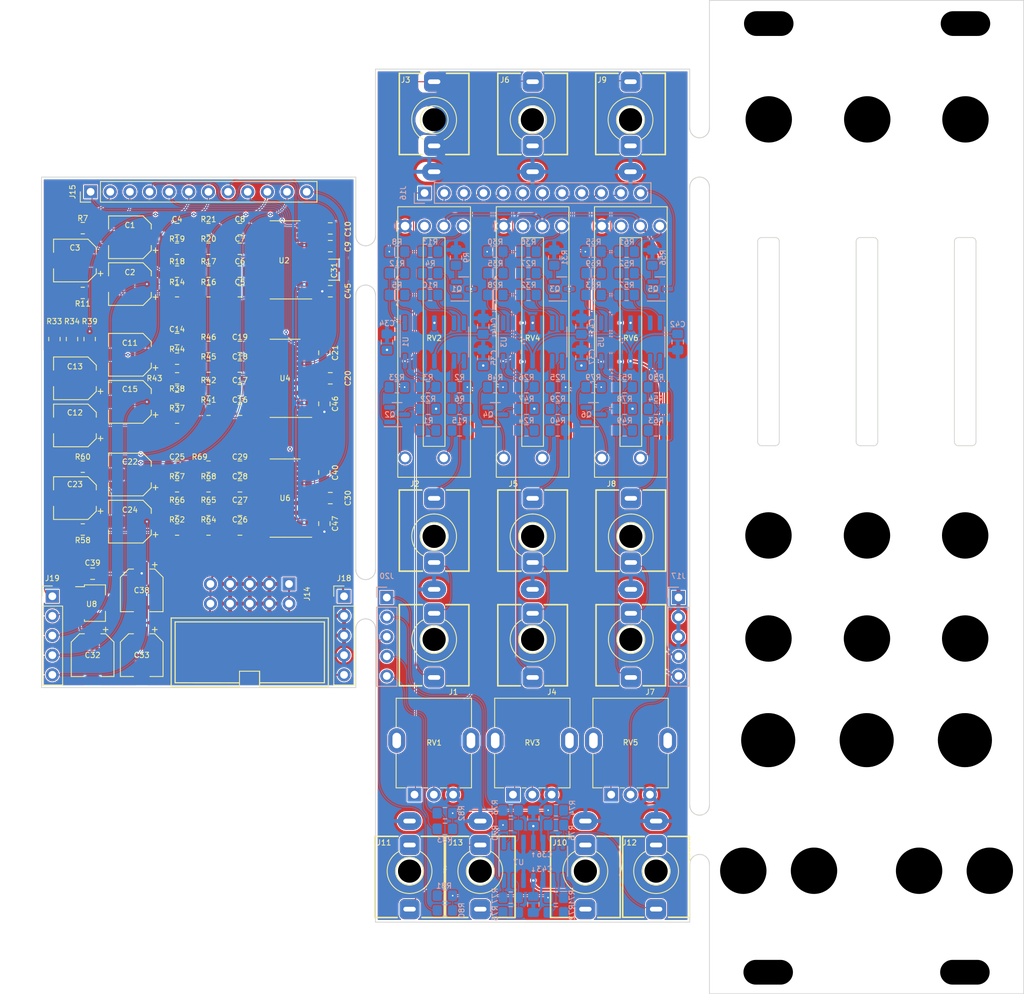
<source format=kicad_pcb>
(kicad_pcb (version 20211014) (generator pcbnew)
  (layers (0 "F.Cu" signal) (31 "B.Cu" signal) (34 "B.Paste" user) (35 "F.Paste" user) (36 "B.SilkS" user "B.Silkscreen") (37 "F.SilkS" user "F.Silkscreen") (38 "B.Mask" user) (39 "F.Mask" user) (44 "Edge.Cuts" user))
  (net 0 "")
  (net 5 "+5V")
  (net 7 "Net-(C3-Pad1)")
  (net 8 "GND")
  (net 9 "Net-(C4-Pad2)")
  (net 10 "Net-(C5-Pad1)")
  (net 11 "Net-(C5-Pad2)")
  (net 12 "Net-(C6-Pad1)")
  (net 13 "Net-(C6-Pad2)")
  (net 14 "Net-(C7-Pad1)")
  (net 15 "Net-(C7-Pad2)")
  (net 16 "Net-(C8-Pad1)")
  (net 17 "Net-(C8-Pad2)")
  (net 18 "Net-(C9-Pad1)")
  (net 19 "Net-(C13-Pad1)")
  (net 20 "Net-(C14-Pad2)")
  (net 21 "Net-(C15-Pad2)")
  (net 22 "Net-(C16-Pad1)")
  (net 23 "Net-(C16-Pad2)")
  (net 24 "Net-(C17-Pad1)")
  (net 25 "Net-(C17-Pad2)")
  (net 26 "Net-(C18-Pad1)")
  (net 27 "Net-(C18-Pad2)")
  (net 28 "Net-(C19-Pad1)")
  (net 29 "Net-(C23-Pad1)")
  (net 30 "Net-(C24-Pad2)")
  (net 31 "Net-(C25-Pad2)")
  (net 32 "Net-(C26-Pad1)")
  (net 33 "Net-(C26-Pad2)")
  (net 34 "Net-(C27-Pad1)")
  (net 35 "Net-(C27-Pad2)")
  (net 36 "Net-(C28-Pad1)")
  (net 37 "Net-(C28-Pad2)")
  (net 38 "Net-(C29-Pad1)")
  (net 39 "+2V5")
  (net 40 "Net-(Q1-Pad1)")
  (net 41 "Net-(Q1-Pad2)")
  (net 42 "Net-(Q2-Pad1)")
  (net 43 "Net-(Q2-Pad2)")
  (net 44 "Net-(Q3-Pad1)")
  (net 45 "Net-(Q3-Pad2)")
  (net 46 "Net-(Q4-Pad1)")
  (net 47 "Net-(Q4-Pad2)")
  (net 48 "Net-(Q5-Pad1)")
  (net 49 "Net-(Q5-Pad2)")
  (net 50 "Net-(Q6-Pad1)")
  (net 51 "Net-(Q6-Pad2)")
  (net 52 "Net-(R1-Pad1)")
  (net 53 "Net-(J1-PadT)")
  (net 54 "Net-(R2-Pad1)")
  (net 55 "Net-(R2-Pad2)")
  (net 56 "Net-(R10-Pad2)")
  (net 57 "Net-(R12-Pad2)")
  (net 58 "Net-(R10-Pad1)")
  (net 59 "Net-(J2-PadT)")
  (net 60 "Net-(J3-PadT)")
  (net 61 "Net-(R12-Pad1)")
  (net 62 "Net-(R13-Pad1)")
  (net 63 "Net-(R15-Pad1)")
  (net 64 "+12V")
  (net 65 "Net-(Q2-Pad3)")
  (net 66 "Net-(R24-Pad1)")
  (net 67 "Net-(J4-PadT)")
  (net 68 "Net-(R25-Pad1)")
  (net 69 "Net-(R25-Pad2)")
  (net 70 "Net-(R27-Pad1)")
  (net 71 "Net-(R28-Pad1)")
  (net 72 "Net-(R28-Pad2)")
  (net 73 "Net-(J5-PadT)")
  (net 74 "Net-(J6-PadT)")
  (net 75 "Net-(R36-Pad1)")
  (net 76 "Net-(Q4-Pad3)")
  (net 77 "Net-(J7-PadT)")
  (net 78 "Net-(R49-Pad1)")
  (net 79 "Net-(R50-Pad1)")
  (net 80 "Net-(J8-PadT)")
  (net 81 "Net-(J9-PadT)")
  (net 82 "Net-(R61-Pad1)")
  (net 83 "Net-(Q6-Pad3)")
  (net 84 "Net-(J11-PadT)")
  (net 85 "Net-(R70-Pad2)")
  (net 86 "Net-(R71-Pad2)")
  (net 87 "Net-(J10-PadT)")
  (net 88 "Net-(R74-Pad2)")
  (net 89 "Net-(J13-PadT)")
  (net 90 "Net-(R75-Pad2)")
  (net 91 "Net-(J12-PadT)")
  (net 96 "-12V")
  (net 97 "B fb in 1")
  (net 98 "Net-(C1-Pad1)")
  (net 99 "Net-(C2-Pad2)")
  (net 100 "B 1 out")
  (net 101 "B L input")
  (net 102 "B LED driver 1")
  (net 103 "Net-(C11-Pad1)")
  (net 104 "B fb in 2")
  (net 105 "Net-(C12-Pad1)")
  (net 106 "B R input")
  (net 107 "B 2 out")
  (net 108 "Net-(C19-Pad2)")
  (net 109 "Net-(C20-Pad1)")
  (net 110 "B LED driver 2")
  (net 111 "Net-(C22-Pad1)")
  (net 112 "B fb in 3")
  (net 113 "B 3 out")
  (net 114 "Net-(C29-Pad2)")
  (net 115 "Net-(C30-Pad1)")
  (net 116 "+12VA")
  (net 117 "GND1")
  (net 118 "B LED driver 3")
  (net 119 "-12VA")
  (net 120 "Net-(J1-PadTN)")
  (net 121 "Net-(J4-PadTN)")
  (net 122 "Net-(J7-PadTN)")
  (net 123 "F CV1")
  (net 124 "F CV2")
  (net 125 "F CV3")
  (net 126 "F fb out 1")
  (net 127 "B fb out 1")
  (net 128 "F LED driver 1")
  (net 129 "F fb out 2")
  (net 130 "Net-(R30-Pad2)")
  (net 131 "B fb out 2")
  (net 132 "Net-(R40-Pad1)")
  (net 133 "F LED driver 2")
  (net 134 "Net-(R50-Pad2)")
  (net 135 "F fb out 3")
  (net 136 "Net-(R52-Pad1)")
  (net 137 "Net-(R53-Pad1)")
  (net 138 "Net-(R53-Pad2)")
  (net 139 "Net-(R55-Pad2)")
  (net 140 "B fb out 3")
  (net 141 "Net-(R63-Pad1)")
  (net 142 "F L output")
  (net 143 "F L input")
  (net 144 "F R output")
  (net 145 "F R input")
  (net 146 "F LED driver 3")
  (net 147 "F 1 out")
  (net 148 "F 2 out")
  (net 149 "F 3 out")
  (net 150 "F fb in 1")
  (net 151 "+5VA")
  (net 152 "F fb in 2")
  (net 153 "F fb in 3")
  (net 154 "B CV1")
  (net 155 "B CV2")
  (net 156 "B CV3")
  (footprint "Capacitor_SMD:C_0805_2012Metric_Pad1.18x1.45mm_HandSolder" (layer "F.Cu") (at 151.384 99.568 180)
    (fp_text reference "C39")
    (fp_text value "100n")
  )
  (footprint "Capacitor_SMD:C_0805_2012Metric_Pad1.18x1.45mm_HandSolder" (layer "F.Cu") (at 170.434 75.819 180)
    (fp_text reference "C17")
    (fp_text value "470p")
  )
  (footprint "Resistor_SMD:R_0805_2012Metric_Pad1.20x1.40mm_HandSolder" (layer "F.Cu") (at 166.37 88.265 180)
    (fp_text reference "R68")
    (fp_text value "10k")
  )
  (footprint "Capacitor_SMD:C_0805_2012Metric_Pad1.18x1.45mm_HandSolder" (layer "F.Cu") (at 181.356 70.993 -90)
    (fp_text reference "C21")
    (fp_text value "100n")
  )
  (footprint "Resistor_SMD:R_0805_2012Metric_Pad1.20x1.40mm_HandSolder" (layer "F.Cu") (at 151.003 69.215 90)
    (fp_text reference "R39")
    (fp_text value "10k")
  )
  (footprint "Pale Slim Ghost:hole 6mm (jack panel)" (layer "F.Cu") (at 244.6655 138.00025)
    (fp_text reference "REF**" hide)
    (fp_text value "hole 6mm (jack panel)" hide)
  )
  (footprint "Pale Slim Ghost:hole 6mm (jack panel)" (layer "F.Cu") (at 251.549999 40.79175)
    (fp_text reference "REF**" hide)
    (fp_text value "hole 6mm (jack panel)" hide)
  )
  (footprint "Pale Slim Ghost:hole 6.5mm (potentiometer panel)" (layer "F.Cu") (at 238.742 121.10425)
    (fp_text reference "REF**" hide)
    (fp_text value "hole 6.5mm (potentiometer panel)" hide)
  )
  (footprint "Connector_PinHeader_2.54mm:PinHeader_1x12_P2.54mm_Vertical" (layer "F.Cu") (at 151.125 50.165 90)
    (fp_text reference "J15")
    (fp_text value "Conn_01x12_Male")
  )
  (footprint "Pale Slim Ghost:hole 6mm (jack panel)" (layer "F.Cu") (at 238.813999 40.79175)
    (fp_text reference "REF**" hide)
    (fp_text value "hole 6mm (jack panel)" hide)
  )
  (footprint "Pale Slim Ghost:eurorack panel mounting slot" (layer "F.Cu") (at 264.178 151.13)
    (fp_text reference "REF**" hide)
    (fp_text value "eurorack panel mounting slot" hide)
  )
  (footprint "Capacitor_SMD:C_0805_2012Metric_Pad1.18x1.45mm_HandSolder" (layer "F.Cu") (at 170.434 70.231)
    (fp_text reference "C19")
    (fp_text value "100n")
  )
  (footprint "Capacitor_SMD:C_0805_2012Metric_Pad1.18x1.45mm_HandSolder" (layer "F.Cu") (at 170.434 93.853 180)
    (fp_text reference "C26")
    (fp_text value "470p")
  )
  (footprint "Resistor_SMD:R_0805_2012Metric_Pad1.20x1.40mm_HandSolder" (layer "F.Cu") (at 162.306 71.755)
    (fp_text reference "R44")
    (fp_text value "15k")
  )
  (footprint "Capacitor_SMD:CP_Elec_5x5.9" (layer "F.Cu") (at 156.21 71.247 180)
    (fp_text reference "C11")
    (fp_text value "10μ")
  )
  (footprint "Resistor_SMD:R_0805_2012Metric_Pad1.20x1.40mm_HandSolder" (layer "F.Cu") (at 162.306 60.493 180)
    (fp_text reference "R18")
    (fp_text value "1k")
  )
  (footprint "Pale Slim Ghost:eurorack panel mounting slot" (layer "F.Cu") (at 264.249999 28.4)
    (fp_text reference "REF**" hide)
    (fp_text value "eurorack panel mounting slot" hide)
  )
  (footprint "Pale Slim Ghost:eurorack panel mounting slot" (layer "F.Cu") (at 238.742 151.13)
    (fp_text reference "REF**" hide)
    (fp_text value "eurorack panel mounting slot" hide)
  )
  (footprint "Resistor_SMD:R_0805_2012Metric_Pad1.20x1.40mm_HandSolder" (layer "F.Cu") (at 166.37 54.991 180)
    (fp_text reference "R21")
    (fp_text value "10k")
  )
  (footprint "Resistor_SMD:R_0805_2012Metric_Pad1.20x1.40mm_HandSolder" (layer "F.Cu") (at 162.306 63.033 180)
    (fp_text reference "R14")
    (fp_text value "15k")
  )
  (footprint "Capacitor_SMD:C_0805_2012Metric_Pad1.18x1.45mm_HandSolder" (layer "F.Cu") (at 162.306 54.991)
    (fp_text reference "C4")
    (fp_text value "2.2n")
  )
  (footprint "Capacitor_SMD:CP_Elec_5x5.9" (layer "F.Cu") (at 149.098 59.055 180)
    (fp_text reference "C3")
    (fp_text value "4.7u")
  )
  (footprint "Pale Slim Ghost:hole 6mm (jack panel)" (layer "F.Cu") (at 264.214 107.95475)
    (fp_text reference "REF**" hide)
    (fp_text value "hole 6mm (jack panel)" hide)
  )
  (footprint "Resistor_SMD:R_0805_2012Metric_Pad1.20x1.40mm_HandSolder" (layer "F.Cu") (at 166.37 57.531 180)
    (fp_text reference "R20")
    (fp_text value "10k")
  )
  (footprint "Capacitor_SMD:CP_Elec_5x5.9" (layer "F.Cu") (at 149.098 74.295 180)
    (fp_text reference "C13")
    (fp_text value "4.7u")
  )
  (footprint "Capacitor_SMD:C_0805_2012Metric_Pad1.18x1.45mm_HandSolder" (layer "F.Cu") (at 182.118 57.191)
    (fp_text reference "C9")
    (fp_text value "100n")
  )
  (footprint "AudioJacks:Jack_3.5mm_QingPu_WQP-PJ398SM_Vertical" (layer "F.Cu") (at 220.939 40.8405)
    (fp_text reference "J9")
    (fp_text value "AudioJack2_SwitchT")
  )
  (footprint "Resistor_SMD:R_0805_2012Metric_Pad1.20x1.40mm_HandSolder" (layer "F.Cu") (at 166.37 63.033 180)
    (fp_text reference "R16")
    (fp_text value "10k")
  )
  (footprint "Resistor_SMD:R_0805_2012Metric_Pad1.20x1.40mm_HandSolder" (layer "F.Cu") (at 148.717 69.215 -90)
    (fp_text reference "R34")
    (fp_text value "100k")
  )
  (footprint "Resistor_SMD:R_0805_2012Metric_Pad1.20x1.40mm_HandSolder" (layer "F.Cu") (at 166.37 85.725 180)
    (fp_text reference "R69")
    (fp_text value "10k")
  )
  (footprint "Pale Slim Ghost:PinHeader_Shrouded_2x05_P2.54mm_Horizontal" (layer "F.Cu") (at 176.784 100.9 -90)
    (fp_text reference "J14")
    (fp_text value "Conn_02x05_Odd_Even")
  )
  (footprint "AudioJacks:Jack_3.5mm_QingPu_WQP-PJ398SM_Vertical" (layer "F.Cu") (at 195.544 108.077 180)
    (fp_text reference "J1")
    (fp_text value "AudioJack2_SwitchT")
  )
  (footprint "Pale Slim Ghost:hole 6mm (jack panel)" (layer "F.Cu") (at 235.5215 138.00025)
    (fp_text reference "REF**" hide)
    (fp_text value "hole 6mm (jack panel)" hide)
  )
  (footprint "Pale Slim Ghost:hole 6mm (jack panel)" (layer "F.Cu") (at 238.778 94.61975)
    (fp_text reference "REF**" hide)
    (fp_text value "hole 6mm (jack panel)" hide)
  )
  (footprint "AudioJacks:Jack_3.5mm_QingPu_WQP-PJ398SM_Vertical" (layer "F.Cu") (at 224.246 138.049 180)
    (fp_text reference "J12")
    (fp_text value "AudioJack2_SwitchT")
  )
  (footprint "AudioJacks:Jack_3.5mm_QingPu_WQP-PJ398SM_Vertical" (layer "F.Cu") (at 208.28 94.742)
    (fp_text reference "J5")
    (fp_text value "AudioJack2_SwitchT")
  )
  (footprint "Pale Slim Ghost:mousebite-2.54x5.08mm" (layer "F.Cu") (at 186.69 59.69 90)
    (fp_text reference "mouse-bite-2mm-slot" hide)
    (fp_text value "VAL**" hide)
    (fp_arc (start 3.81 1.27) (mid 2.54 0) (end 3.81 -1.27) (layer "Edge.Cuts") (width 0.12))
    (fp_arc (start -3.81 -1.27) (mid -2.54 0) (end -3.81 1.27) (layer "Edge.Cuts") (width 0.12))
  )
  (footprint "Pale Slim Ghost:hole 3mm (below jack)" (layer "F.Cu") (at 208.28 106.68)
    (fp_text reference "REF**" hide)
    (fp_text value "hole 3mm (below jack)" hide)
  )
  (footprint "AudioJacks:Jack_3.5mm_QingPu_WQP-PJ398SM_Vertical" (layer "F.Cu") (at 208.28 108.077 180)
    (fp_text reference "J4")
    (fp_text value "AudioJack2_SwitchT")
  )
  (footprint "Pale Slim Ghost:hole 3mm (below jack)" (layer "F.Cu") (at 221.579 40.8405)
    (fp_text reference "REF**" hide)
    (fp_text value "hole 3mm (below jack)" hide)
  )
  (footprint "Capacitor_SMD:C_0805_2012Metric_Pad1.18x1.45mm_HandSolder" (layer "F.Cu") (at 170.434 57.531)
    (fp_text reference "C7")
    (fp_text value "100n")
  )
  (footprint "Pale Slim Ghost:Potentiometer_Song_Huei_R0904N" (layer "F.Cu") (at 205.744 128.153 90)
    (fp_text reference "RV3")
    (fp_text value "R_Potentiometer")
  )
  (footprint "Resistor_SMD:R_0805_2012Metric_Pad1.20x1.40mm_HandSolder" (layer "F.Cu") (at 166.37 93.853 180)
    (fp_text reference "R64")
    (fp_text value "10k")
  )
  (footprint "Pale Slim Ghost:hole 6mm (jack panel)" (layer "F.Cu") (at 264.214 94.61975)
    (fp_text reference "REF**" hide)
    (fp_text value "hole 6mm (jack panel)" hide)
  )
  (footprint "AudioJacks:Jack_3.5mm_QingPu_WQP-PJ398SM_Vertical" (layer "F.Cu") (at 195.544 94.742)
    (fp_text reference "J2")
    (fp_text value "AudioJack2_SwitchT")
  )
  (footprint "Pale Slim Ghost:Alpha RA2045F-20" (layer "F.Cu") (at 220.98 69.596)
    (fp_text reference "RV6")
    (fp_text value "R_Potentiometer_LED")
  )
  (footprint "Capacitor_SMD:C_0805_2012Metric_Pad1.18x1.45mm_HandSolder" (layer "F.Cu") (at 170.434 72.771)
    (fp_text reference "C18")
    (fp_text value "100n")
  )
  (footprint "Pale Slim Ghost:hole 3mm (below jack)" (layer "F.Cu") (at 195.58 40.8405)
    (fp_text reference "REF**" hide)
    (fp_text value "hole 3mm (below jack)" hide)
  )
  (footprint "Resistor_SMD:R_0805_2012Metric_Pad1.20x1.40mm_HandSolder" (layer "F.Cu") (at 166.37 72.771 180)
    (fp_text reference "R45")
    (fp_text value "10k")
  )
  (footprint "Resistor_SMD:R_0805_2012Metric_Pad1.20x1.40mm_HandSolder" (layer "F.Cu") (at 162.306 91.313 180)
    (fp_text reference "R66")
    (fp_text value "1k")
  )
  (footprint "Capacitor_SMD:C_0805_2012Metric_Pad1.18x1.45mm_HandSolder" (layer "F.Cu") (at 170.434 54.991)
    (fp_text reference "C8")
    (fp_text value "100n")
  )
  (footprint "Pale Slim Ghost:hole 3mm (below jack)" (layer "F.Cu") (at 192.369 138.049)
    (fp_text reference "REF**" hide)
    (fp_text value "hole 3mm (below jack)" hide)
  )
  (footprint "Resistor_SMD:R_0805_2012Metric_Pad1.20x1.40mm_HandSolder" (layer "F.Cu") (at 162.306 88.265)
    (fp_text reference "R67")
    (fp_text value "15k")
  )
  (footprint "Capacitor_SMD:CP_Elec_5x5.9" (layer "F.Cu") (at 149.098 80.391 180)
    (fp_text reference "C12")
    (fp_text value "4.7u")
  )
  (footprint "AudioJacks:Jack_3.5mm_QingPu_WQP-PJ398SM_Vertical" (layer "F.Cu") (at 215.102 138.049 180)
    (fp_text reference "J10")
    (fp_text value "AudioJack2_SwitchT")
  )
  (footprint "AudioJacks:Jack_3.5mm_QingPu_WQP-PJ398SM_Vertical" (layer "F.Cu") (at 201.513 138.049 180)
    (fp_text reference "J13")
    (fp_text value "AudioJack2_SwitchT")
  )
  (footprint "AudioJacks:Jack_3.5mm_QingPu_WQP-PJ398SM_Vertical" (layer "F.Cu") (at 208.28 40.8405)
    (fp_text reference "J6")
    (fp_text value "AudioJack2_SwitchT")
  )
  (footprint "Capacitor_SMD:CP_Elec_5x5.9" (layer "F.Cu") (at 156.21 92.837 180)
    (fp_text reference "C24")
    (fp_text value "4.7u")
  )
  (footprint "Resistor_SMD:R_0805_2012Metric_Pad1.20x1.40mm_HandSolder" (layer "F.Cu") (at 162.29 57.531)
    (fp_text reference "R19")
    (fp_text value "15k")
  )
  (footprint "Resistor_SMD:R_0805_2012Metric_Pad1.20x1.40mm_HandSolder" (layer "F.Cu") (at 146.447 69.215 -90)
    (fp_text reference "R33")
    (fp_text value "100k")
  )
  (footprint "Capacitor_SMD:C_0805_2012Metric_Pad1.18x1.45mm_HandSolder" (layer "F.Cu") (at 181.356 86.487 -90)
    (fp_text reference "C40")
    (fp_text value "100n")
  )
  (footprint "Pale Slim Ghost:hole 3mm (below jack)" (layer "F.Cu") (at 201.513 138.049)
    (fp_text reference "REF**" hide)
    (fp_text value "hole 3mm (below jack)" hide)
  )
  (footprint "Capacitor_SMD:CP_Elec_5x5.9" (layer "F.Cu") (at 156.21 62.103 180)
    (fp_text reference "C2")
    (fp_text value "4.7u")
  )
  (footprint "Resistor_SMD:R_0805_2012Metric_Pad1.20x1.40mm_HandSolder" (layer "F.Cu") (at 162.306 79.375 180)
    (fp_text reference "R37")
    (fp_text value "15k")
  )
  (footprint "Connector_PinHeader_2.54mm:PinHeader_1x05_P2.54mm_Vertical" (layer "F.Cu") (at 183.896 102.494)
    (fp_text reference "J18")
    (fp_text value "Conn_01x05_Male")
  )
  (footprint "Pale Slim Ghost:hole 6mm (jack panel)" (layer "F.Cu") (at 267.3985 138.00025)
    (fp_text reference "REF**" hide)
    (fp_text value "hole 6mm (jack panel)" hide)
  )
  (footprint "Pale Slim Ghost:hole 6mm (jack panel)" (layer "F.Cu") (at 258.2545 138.00025)
    (fp_text reference "REF**" hide)
    (fp_text value "hole 6mm (jack panel)" hide)
  )
  (footprint "AudioJacks:Jack_3.5mm_QingPu_WQP-PJ398SM_Vertical" (layer "F.Cu") (at 220.98 108.077 180)
    (fp_text reference "J7")
    (fp_text value "AudioJack2_SwitchT")
  )
  (footprint "Package_SO:SOIC-16_3.9x9.9mm_P1.27mm" (layer "F.Cu") (at 176.276 74.295 180)
    (fp_text reference "U4")
    (fp_text value "PT2399")
  )
  (footprint "Resistor_SMD:R_0805_2012Metric_Pad1.20x1.40mm_HandSolder" (layer "F.Cu") (at 166.37 91.313 180)
    (fp_text reference "R65")
    (fp_text value "15k")
  )
  (footprint "Pale Slim Ghost:hole 6mm (jack panel)" (layer "F.Cu") (at 251.514 107.95475)
    (fp_text reference "REF**" hide)
    (fp_text value "hole 6mm (jack panel)" hide)
  )
  (footprint "Capacitor_SMD:C_0805_2012Metric_Pad1.18x1.45mm_HandSolder" (layer "F.Cu") (at 170.434 88.265)
    (fp_text reference "C28")
    (fp_text value "100n")
  )
  (footprint "Resistor_SMD:R_0805_2012Metric_Pad1.20x1.40mm_HandSolder" (layer "F.Cu") (at 166.37 60.493 180)
    (fp_text reference "R17")
    (fp_text value "15k")
  )
  (footprint "Pale Slim Ghost:hole 3mm (below jack)" (layer "F.Cu") (at 224.246 138.049)
    (fp_text reference "REF**" hide)
    (fp_text value "hole 3mm (below jack)" hide)
  )
  (footprint "Package_SO:SOIC-16_3.9x9.9mm_P1.27mm" (layer "F.Cu") (at 176.276 58.969 180)
    (fp_text reference "U2")
    (fp_text value "PT2399")
  )
  (footprint "Capacitor_SMD:C_0805_2012Metric_Pad1.18x1.45mm_HandSolder" (layer "F.Cu") (at 170.434 60.493 180)
    (fp_text reference "C6")
    (fp_text value "470p")
  )
  (footprint "Pale Slim Ghost:hole 6mm (jack panel)" (layer "F.Cu") (at 264.249999 40.79175)
    (fp_text reference "REF**" hide)
    (fp_text value "hole 6mm (jack panel)" hide)
  )
  (footprint "Pale Slim Ghost:mousebite-2.54x5.08mm" (layer "F.Cu") (at 229.87 45.72 90)
    (fp_text reference "mouse-bite-2mm-slot" hide)
    (fp_text value "VAL**" hide)
    (fp_arc (start 3.81 1.27) (mid 2.54 0) (end 3.81 -1.27) (layer "Edge.Cuts") (width 0.12))
    (fp_arc (start -3.81 -1.27) (mid -2.54 0) (end -3.81 1.27) (layer "Edge.Cuts") (width 0.12))
  )
  (footprint "Pale Slim Ghost:hole 3mm (below jack)" (layer "F.Cu") (at 194.945 106.68)
    (fp_text reference "REF**" hide)
    (fp_text value "hole 3mm (below jack)" hide)
  )
  (footprint "Pale Slim Ghost:hole 6.5mm (potentiometer panel)" (layer "F.Cu") (at 264.178 121.10425)
    (fp_text reference "REF**" hide)
    (fp_text value "hole 6.5mm (potentiometer panel)" hide)
  )
  (footprint "Capacitor_SMD:C_0805_2012Metric_Pad1.18x1.45mm_HandSolder" (layer "F.Cu") (at 182.118 63.033)
    (fp_text reference "C45")
    (fp_text value "100n")
  )
  (footprint "Resistor_SMD:R_0805_2012Metric_Pad1.20x1.40mm_HandSolder" (layer "F.Cu") (at 166.37 78.359 180)
    (fp_text reference "R41")
    (fp_text value "10k")
  )
  (footprint "Resistor_SMD:R_0805_2012Metric_Pad1.20x1.40mm_HandSolder" (layer "F.Cu") (at 150.114 93.853 180)
    (fp_text reference "R58")
    (fp_text value "100k")
  )
  (footprint "AudioJacks:Jack_3.5mm_QingPu_WQP-PJ398SM_Vertical" (layer "F.Cu") (at 195.544 40.8405)
    (fp_text reference "J3")
    (fp_text value "AudioJack2_SwitchT")
  )
  (footprint "Pale Slim Ghost:hole 6mm (jack panel)" (layer "F.Cu") (at 251.514 94.61975)
    (fp_text reference "REF**" hide)
    (fp_text value "hole 6mm (jack panel)" hide)
  )
  (footprint "Pale Slim Ghost:mousebite-2.54x5.08mm" (layer "F.Cu") (at 186.69 102.87 90)
    (fp_text reference "mouse-bite-2mm-slot" hide)
    (fp_text value "VAL**" hide)
    (fp_arc (start 3.81 1.27) (mid 2.54 0) (end 3.81 -1.27) (layer "Edge.Cuts") (width 0.12))
    (fp_arc (start -3.81 -1.27) (mid -2.54 0) (end -3.81 1.27) (layer "Edge.Cuts") (width 0.12))
  )
  (footprint "Pale Slim Ghost:hole 3mm (below jack)" (layer "F.Cu") (at 221.615 93.345)
    (fp_text reference "REF**" hide)
    (fp_text value "hole 3mm (below jack)" hide)
  )
  (footprint "Capacitor_SMD:C_0805_2012Metric_Pad1.18x1.45mm_HandSolder" (layer "F.Cu") (at 170.434 91.313 180)
    (fp_text reference "C27")
    (fp_text value "470p")
  )
  (footprint "Resistor_SMD:R_0805_2012Metric_Pad1.20x1.40mm_HandSolder" (layer "F.Cu") (at 162.306 93.853 180)
    (fp_text reference "R62")
    (fp_text value "15k")
  )
  (footprint "AudioJacks:Jack_3.5mm_QingPu_WQP-PJ398SM_Vertical" (layer "F.Cu") (at 220.98 94.742)
    (fp_text reference "J8")
    (fp_text value "AudioJack2_SwitchT")
  )
  (footprint "Capacitor_SMD:CP_Elec_5x5.9" (layer "F.Cu") (at 149.098 89.789 180)
    (fp_text reference "C23")
    (fp_text value "4.7u")
  )
  (footprint "Resistor_SMD:R_0805_2012Metric_Pad1.20x1.40mm_HandSolder" (layer "F.Cu") (at 150.114 54.864 180)
    (fp_text reference "R7")
    (fp_text value "10k")
  )
  (footprint "Pale Slim Ghost:hole 3mm (below jack)" (layer "F.Cu") (at 194.945 93.345)
    (fp_text reference "REF**" hide)
    (fp_text value "hole 3mm (below jack)" hide)
  )
  (footprint "Pale Slim Ghost:Potentiometer_Song_Huei_R0904N" (layer "F.Cu") (at 218.444 128.153 90)
    (fp_text reference "RV5")
    (fp_text value "R_Potentiometer")
  )
  (footprint "Capacitor_SMD:CP_Elec_5x5.9" (layer "F.Cu") (at 157.734 110.109 -90)
    (fp_text reference "C33")
    (fp_text value "10μ")
  )
  (footprint "Resistor_SMD:R_0805_2012Metric_Pad1.20x1.40mm_HandSolder" (layer "F.Cu") (at 166.37 75.819 180)
    (fp_text reference "R42")
    (fp_text value "15k")
  )
  (footprint "Capacitor_SMD:CP_Elec_5x5.9" (layer "F.Cu") (at 156.21 56.048 180)
    (fp_text reference "C1")
    (fp_text value "10μ")
  )
  (footprint "Resistor_SMD:R_0805_2012Metric_Pad1.20x1.40mm_HandSolder" (layer "F.Cu") (at 166.37 70.231 180)
    (fp_text reference "R46")
    (fp_text value "10k")
  )
  (footprint "Connector_PinHeader_2.54mm:PinHeader_1x05_P2.54mm_Vertical" (layer "F.Cu") (at 146.177 102.489)
    (fp_text reference "J19")
    (fp_text value "Conn_01x05_Male")
  )
  (footprint "Pale Slim Ghost:SOT-89-3" (layer "F.Cu") (at 151.384 103.378)
    (fp_text reference "U8")
    (fp_text value "L78L05_SOT89")
  )
  (footprint "Resistor_SMD:R_0805_2012Metric_Pad1.20x1.40mm_HandSolder" (layer "F.Cu") (at 162.306 76.835 180)
    (fp_text reference "R38")
    (fp_text value "15k")
  )
  (footprint "Pale Slim Ghost:hole 6.5mm (potentiometer panel)" (layer "F.Cu") (at 251.478 121.10425)
    (fp_text reference "REF**" hide)
    (fp_text value "hole 6.5mm (potentiometer panel)" hide)
  )
  (footprint "Capacitor_SMD:C_0805_2012Metric_Pad1.18x1.45mm_HandSolder" (layer "F.Cu") (at 170.434 85.725)
    (fp_text reference "C29")
    (fp_text value "100n")
  )
  (footprint "Capacitor_SMD:CP_Elec_5x5.9" (layer "F.Cu") (at 157.734 101.727 -90)
    (fp_text reference "C38")
    (fp_text value "10μ")
  )
  (footprint "Capacitor_SMD:C_1210_3225Metric_Pad1.33x2.70mm_HandSolder" (layer "F.Cu") (at 182.626 60.239)
    (fp_text reference "C31")
    (fp_text value "10μ")
  )
  (footprint "Capacitor_SMD:CP_Elec_5x5.9" (layer "F.Cu") (at 156.21 86.741 180)
    (fp_text reference "C22")
    (fp_text value "10μ")
  )
  (footprint "AudioJacks:Jack_3.5mm_QingPu_WQP-PJ398SM_Vertical" (layer "F.Cu") (at 192.369 138.049 180)
    (fp_text reference "J11")
    (fp_text value "AudioJack2_SwitchT")
  )
  (footprint "Resistor_SMD:R_0805_2012Metric_Pad1.20x1.40mm_HandSolder" (layer "F.Cu") (at 150.114 63.246 180)
    (fp_text reference "R11")
    (fp_text value "100k")
  )
  (footprint "Pale Slim Ghost:Potentiometer_Song_Huei_R0904N" (layer "F.Cu") (at 193.008 128.153 90)
    (fp_text reference "RV1")
    (fp_text value "R_Potentiometer")
  )
  (footprint "Capacitor_SMD:C_0805_2012Metric_Pad1.18x1.45mm_HandSolder" (layer "F.Cu") (at 170.434 78.359 180)
    (fp_text reference "C16")
    (fp_text value "470p")
  )
  (footprint "Package_SO:SOIC-16_3.9x9.9mm_P1.27mm" (layer "F.Cu") (at 176.276 89.789 180)
    (fp_text reference "U6")
    (fp_text value "PT2399")
  )
  (footprint "Capacitor_SMD:C_0805_2012Metric_Pad1.18x1.45mm_HandSolder" (layer "F.Cu") (at 170.434 63.033 180)
    (fp_text reference "C5")
    (fp_text value "470p")
  )
  (footprint "Pale Slim Ghost:Alpha RA2045F-20" (layer "F.Cu") (at 195.544 69.596)
    (fp_text reference "RV2")
    (fp_text value "R_Potentiometer_LED")
  )
  (footprint "Capacitor_SMD:C_0805_2012Metric_Pad1.18x1.45mm_HandSolder" (layer "F.Cu") (at 181.356 93.091 90)
    (fp_text reference "C47")
    (fp_text value "100n")
  )
  (footprint "Pale Slim Ghost:eurorack panel mounting slot" (layer "F.Cu") (at 238.813999 28.4)
    (fp_text reference "REF**" hide)
    (fp_text value "eurorack panel mounting slot" hide)
  )
  (footprint "Pale Slim Ghost:Alpha RA2045F-20" (layer "F.Cu") (at 208.28 69.596)
    (fp_text reference "RV4")
    (fp_text value "R_Potentiometer_LED")
  )
  (footprint "Pale Slim Ghost:hole 3mm (below jack)" (layer "F.Cu") (at 221.615 106.68)
    (fp_text reference "REF**" hide)
    (fp_text value "hole 3mm (below jack)" hide)
  )
  (footprint "Resistor_SMD:R_0805_2012Metric_Pad1.20x1.40mm_HandSolder" (layer "F.Cu") (at 150.114 85.725 180)
    (fp_text reference "R60")
    (fp_text value "10k")
  )
  (footprint "Capacitor_SMD:C_0805_2012Metric_Pad1.18x1.45mm_HandSolder" (layer "F.Cu") (at 181.356 77.597 90)
    (fp_text reference "C46")
    (fp_text value "100n")
  )
  (footprint "Pale Slim Ghost:mousebite-2.54x5.08mm" (layer "F.Cu") (at 229.87 133.35 90)
    (fp_text reference "mouse-bite-2mm-slot" hide)
    (fp_text value "VAL**" hide)
    (fp_arc (start -3.81 -1.27) (mid -2.54 0) (end -3.81 1.27) (layer "Edge.Cuts") (width 0.12))
    (fp_arc (start 3.81 1.27) (mid 2.54 0) (end 3.81 -1.27) (layer "Edge.Cuts") (width 0.12))
  )
  (footprint "Capacitor_SMD:CP_Elec_5x5.9" (layer "F.Cu") (at 156.21 77.343 180)
    (fp_text reference "C15")
    (fp_text value "4.7u")
  )
  (footprint "Pale Slim Ghost:hole 6mm (jack panel)" (layer "F.Cu") (at 238.778 107.95475)
    (fp_text reference "REF**" hide)
    (fp_text value "hole 6mm (jack panel)" hide)
  )
  (footprint "" (layer "F.Cu") (at 183.962 105.034)
    (fp_text reference "")
    (fp_text value "")
  )
  (footprint "Capacitor_SMD:CP_Elec_5x5.9" (layer "F.Cu") (at 151.384 110.109 -90)
    (fp_text reference "C32")
    (fp_text value "10μ")
  )
  (footprint "Capacitor_SMD:C_0805_2012Metric_Pad1.18x1.45mm_HandSolder" (layer "F.Cu") (at 162.306 85.725)
    (fp_text reference "C25")
    (fp_text value "2.2n")
  )
  (footprint "Capacitor_SMD:C_0805_2012Metric_Pad1.18x1.45mm_HandSolder" (layer "F.Cu") (at 162.306 69.215)
    (fp_text reference "C14")
    (fp_text value "2.2n")
  )
  (footprint "Pale Slim Ghost:hole 3mm (below jack)" (layer "F.Cu") (at 208.244 40.8405)
    (fp_text reference "REF**" hide)
    (fp_text value "hole 3mm (below jack)" hide)
  )
  (footprint "Capacitor_SMD:C_0805_2012Metric_Pad1.18x1.45mm_HandSolder" (layer "F.Cu") (at 182.118 74.295)
    (fp_text reference "C20")
    (fp_text value "100n")
  )
  (footprint "Pale Slim Ghost:hole 3mm (below jack)" (layer "F.Cu") (at 208.28 93.345)
    (fp_text reference "REF**" hide)
    (fp_text value "hole 3mm (below jack)" hide)
  )
  (footprint "Resistor_SMD:R_0805_2012Metric_Pad1.20x1.40mm_HandSolder" (layer "F.Cu") (at 162.306 74.295 180)
    (fp_text reference "R43")
    (fp_text value "1k")
  )
  (footprint "Capacitor_SMD:C_0805_2012Metric_Pad1.18x1.45mm_HandSolder" (layer "F.Cu") (at 182.118 54.905)
    (fp_text reference "C10")
    (fp_text value "100n")
  )
  (footprint "Pale Slim Ghost:hole 3mm (below jack)" (layer "F.Cu") (at 215.102 138.049)
    (fp_text reference "REF**" hide)
    (fp_text value "hole 3mm (below jack)" hide)
  )
  (footprint "Capacitor_SMD:C_0805_2012Metric_Pad1.18x1.45mm_HandSolder" (layer "F.Cu") (at 182.118 89.789)
    (fp_text reference "C30")
    (fp_text value "100n")
  )
  (footprint "Resistor_SMD:R_0805_2012Metric_Pad1.20x1.40mm_HandSolder" (layer "B.Cu") (at 205.45 130.175 180)
    (fp_text reference "R73")
    (fp_text value "30k")
  )
  (footprint "Resistor_SMD:R_0805_2012Metric_Pad1.20x1.40mm_HandSolder" (layer "B.Cu") (at 198.846 75.438)
    (fp_text reference "R2")
    (fp_text value "15k")
  )
  (footprint "Resistor_SMD:R_0805_2012Metric_Pad1.20x1.40mm_HandSolder" (layer "B.Cu") (at 224.246 81.026)
    (fp_text reference "R63")
    (fp_text value "12k")
  )
  (footprint "Package_TO_SOT_SMD:SOT-23" (layer "B.Cu") (at 212.07 62.738)
    (fp_text reference "Q3")
    (fp_text value "MMBT3904")
  )
  (footprint "Resistor_SMD:R_0805_2012Metric_Pad1.20x1.40mm_HandSolder" (layer "B.Cu") (at 194.766 78.232 180)
    (fp_text reference "R22")
    (fp_text value "100k")
  )
  (footprint "Resistor_SMD:R_0805_2012Metric_Pad1.20x1.40mm_HandSolder" (layer "B.Cu") (at 207.752 63.5)
    (fp_text reference "R32")
    (fp_text value "100k")
  )
  (footprint "Resistor_SMD:R_0805_2012Metric_Pad1.20x1.40mm_HandSolder" (layer "B.Cu") (at 198.374 58.674 -90)
    (fp_text reference "R9")
    (fp_text value "1k")
  )
  (footprint "Capacitor_SMD:C_0805_2012Metric_Pad1.18x1.45mm_HandSolder" (layer "B.Cu") (at 227.04 69.596 90)
    (fp_text reference "C42")
    (fp_text value "100n")
  )
  (footprint "Resistor_SMD:R_0805_2012Metric_Pad1.20x1.40mm_HandSolder" (layer "B.Cu") (at 205.45 141.478 180)
    (fp_text reference "R77")
    (fp_text value "30k")
  )
  (footprint "Package_SO:SOIC-14_3.9x8.7mm_P1.27mm" (layer "B.Cu") (at 195.58 69.596 -90)
    (fp_text reference "U1")
    (fp_text value "TL074")
  )
  (footprint "Resistor_SMD:R_0805_2012Metric_Pad1.20x1.40mm_HandSolder" (layer "B.Cu") (at 203.454 57.912)
    (fp_text reference "R30")
    (fp_text value "100k")
  )
  (footprint "Resistor_SMD:R_0805_2012Metric_Pad1.20x1.40mm_HandSolder" (layer "B.Cu") (at 203.47 60.706 180)
    (fp_text reference "R35")
    (fp_text value "47k")
  )
  (footprint "Package_TO_SOT_SMD:SOT-23" (layer "B.Cu") (at 224.79 62.738)
    (fp_text reference "Q5")
    (fp_text value "MMBT3904")
  )
  (footprint "Resistor_SMD:R_0805_2012Metric_Pad1.20x1.40mm_HandSolder" (layer "B.Cu") (at 207.736 57.912 180)
    (fp_text reference "R36")
    (fp_text value "100k")
  )
  (footprint "Resistor_SMD:R_0805_2012Metric_Pad1.20x1.40mm_HandSolder" (layer "B.Cu") (at 190.754 63.5)
    (fp_text reference "R5")
    (fp_text value "100k")
  )
  (footprint "Resistor_SMD:R_0805_2012Metric_Pad1.20x1.40mm_HandSolder" (layer "B.Cu") (at 224.246 78.232 180)
    (fp_text reference "R54")
    (fp_text value "100k")
  )
  (footprint "Resistor_SMD:R_0805_2012Metric_Pad1.20x1.40mm_HandSolder" (layer "B.Cu") (at 194.766 81.026 180)
    (fp_text reference "R1")
    (fp_text value "100k")
  )
  (footprint "Resistor_SMD:R_0805_2012Metric_Pad1.20x1.40mm_HandSolder" (layer "B.Cu") (at 207.482 75.438)
    (fp_text reference "R26")
    (fp_text value "30k")
  )
  (footprint "Package_SO:SOIC-14_3.9x8.7mm_P1.27mm" (layer "B.Cu") (at 208.371 136.779 -90)
    (fp_text reference "U7")
    (fp_text value "TL074")
  )
  (footprint "Resistor_SMD:R_0805_2012Metric_Pad1.20x1.40mm_HandSolder" (layer "B.Cu") (at 216.154 60.706 180)
    (fp_text reference "R59")
    (fp_text value "47k")
  )
  (footprint "Resistor_SMD:R_0805_2012Metric_Pad1.20x1.40mm_HandSolder" (layer "B.Cu") (at 224.246 75.438)
    (fp_text reference "R50")
    (fp_text value "15k")
  )
  (footprint "Resistor_SMD:R_0805_2012Metric_Pad1.20x1.40mm_HandSolder" (layer "B.Cu") (at 196.941 141.224 180)
    (fp_text reference "R81")
    (fp_text value "10k")
  )
  (footprint "Connector_PinSocket_2.54mm:PinSocket_1x05_P2.54mm_Vertical" (layer "B.Cu") (at 227.142 102.646 180)
    (fp_text reference "J17")
    (fp_text value "Conn_01x05_Female")
  )
  (footprint "Capacitor_SMD:C_0805_2012Metric_Pad1.18x1.45mm_HandSolder" (layer "B.Cu") (at 214.594 67.564 -90)
    (fp_text reference "C41")
    (fp_text value "100n")
  )
  (footprint "Package_TO_SOT_SMD:SOT-23" (layer "B.Cu") (at 216.154 78.994)
    (fp_text reference "Q6")
    (fp_text value "MMBT3904")
  )
  (footprint "Resistor_SMD:R_0805_2012Metric_Pad1.20x1.40mm_HandSolder" (layer "B.Cu") (at 211.546 78.232 180)
    (fp_text reference "R29")
    (fp_text value "100k")
  )
  (footprint "Resistor_SMD:R_0805_2012Metric_Pad1.20x1.40mm_HandSolder" (layer "B.Cu") (at 195.036 63.5)
    (fp_text reference "R10")
    (fp_text value "100k")
  )
  (footprint "Package_SO:SOIC-14_3.9x8.7mm_P1.27mm" (layer "B.Cu") (at 220.944 69.596 -90)
    (fp_text reference "U5")
    (fp_text value "TL074")
  )
  (footprint "Package_TO_SOT_SMD:SOT-23" (layer "B.Cu") (at 199.39 62.738)
    (fp_text reference "Q1")
    (fp_text value "MMBT3904")
  )
  (footprint "Resistor_SMD:R_0805_2012Metric_Pad1.20x1.40mm_HandSolder" (layer "B.Cu") (at 190.754 60.706 180)
    (fp_text reference "R12")
    (fp_text value "47k")
  )
  (footprint "Resistor_SMD:R_0805_2012Metric_Pad1.20x1.40mm_HandSolder" (layer "B.Cu") (at 207.482 78.232 180)
    (fp_text reference "R47")
    (fp_text value "100k")
  )
  (footprint "Resistor_SMD:R_0805_2012Metric_Pad1.20x1.40mm_HandSolder" (layer "B.Cu") (at 211.546 81.026)
    (fp_text reference "R40")
    (fp_text value "12k")
  )
  (footprint "Resistor_SMD:R_0805_2012Metric_Pad1.20x1.40mm_HandSolder" (layer "B.Cu") (at 190.738 75.438 180)
    (fp_text reference "R23")
    (fp_text value "1k")
  )
  (footprint "Package_SO:SOIC-14_3.9x8.7mm_P1.27mm" (layer "B.Cu") (at 208.28 69.596 -90)
    (fp_text reference "U3")
    (fp_text value "TL074")
  )
  (footprint "Resistor_SMD:R_0805_2012Metric_Pad1.20x1.40mm_HandSolder" (layer "B.Cu") (at 195.036 60.706)
    (fp_text reference "R4")
    (fp_text value "1k")
  )
  (footprint "Resistor_SMD:R_0805_2012Metric_Pad1.20x1.40mm_HandSolder" (layer "B.Cu") (at 194.766 75.438)
    (fp_text reference "R3")
    (fp_text value "30k")
  )
  (footprint "Resistor_SMD:R_0805_2012Metric_Pad1.20x1.40mm_HandSolder" (layer "B.Cu") (at 211.292 132.08)
    (fp_text reference "R76")
    (fp_text value "100k")
  )
  (footprint "Resistor_SMD:R_0805_2012Metric_Pad1.20x1.40mm_HandSolder" (layer "B.Cu") (at 211.074 58.674 -90)
    (fp_text reference "R31")
    (fp_text value "1k")
  )
  (footprint "Resistor_SMD:R_0805_2012Metric_Pad1.20x1.40mm_HandSolder" (layer "B.Cu") (at 196.941 132.588 180)
    (fp_text reference "R83")
    (fp_text value "10k")
  )
  (footprint "Resistor_SMD:R_0805_2012Metric_Pad1.20x1.40mm_HandSolder" (layer "B.Cu") (at 220.436 60.706)
    (fp_text reference "R52")
    (fp_text value "1k")
  )
  (footprint "Resistor_SMD:R_0805_2012Metric_Pad1.20x1.40mm_HandSolder" (layer "B.Cu") (at 220.436 57.912 180)
    (fp_text reference "R61")
    (fp_text value "100k")
  )
  (footprint "Resistor_SMD:R_0805_2012Metric_Pad1.20x1.40mm_HandSolder" (layer "B.Cu") (at 216.154 75.438 180)
    (fp_text reference "R79")
    (fp_text value "1k")
  )
  (footprint "Capacitor_SMD:C_0805_2012Metric_Pad1.18x1.45mm_HandSolder" (layer "B.Cu") (at 201.894 67.564 -90)
    (fp_text reference "C44")
    (fp_text value "100n")
  )
  (footprint "Resistor_SMD:R_0805_2012Metric_Pad1.20x1.40mm_HandSolder" (layer "B.Cu") (at 190.754 57.912)
    (fp_text reference "R8")
    (fp_text value "100k")
  )
  (footprint "Connector_PinSocket_2.54mm:PinSocket_1x05_P2.54mm_Vertical" (layer "B.Cu") (at 189.423 102.646 180)
    (fp_text reference "J20")
    (fp_text value "Conn_01x05_Female")
  )
  (footprint "Resistor_SMD:R_0805_2012Metric_Pad1.20x1.40mm_HandSolder" (layer "B.Cu") (at 211.292 143.383)
    (fp_text reference "R72")
    (fp_text value "100k")
  )
  (footprint "Capacitor_SMD:C_0805_2012Metric_Pad1.18x1.45mm_HandSolder" (layer "B.Cu") (at 208.371 142.367 90)
    (fp_text reference "C43↓")
    (fp_text value "100n")
  )
  (footprint "Capacitor_SMD:C_0805_2012Metric_Pad1.18x1.45mm_HandSolder" (layer "B.Cu") (at 189.448 69.596 90)
    (fp_text reference "C34")
    (fp_text value "100n")
  )
  (footprint "Resistor_SMD:R_0805_2012Metric_Pad1.20x1.40mm_HandSolder" (layer "B.Cu") (at 196.941 143.129 180)
    (fp_text reference "R80")
    (fp_text value "10k")
  )
  (footprint "Capacitor_SMD:C_0805_2012Metric_Pad1.18x1.45mm_HandSolder" (layer "B.Cu") (at 201.894 71.628 90)
    (fp_text reference "C35")
    (fp_text value "100n")
  )
  (footprint "Resistor_SMD:R_0805_2012Metric_Pad1.20x1.40mm_HandSolder" (layer "B.Cu") (at 211.292 130.175)
    (fp_text reference "R74")
    (fp_text value "15k")
  )
  (footprint "Resistor_SMD:R_0805_2012Metric_Pad1.20x1.40mm_HandSolder" (layer "B.Cu") (at 203.454 75.438 180)
    (fp_text reference "R48")
    (fp_text value "1k")
  )
  (footprint "Resistor_SMD:R_0805_2012Metric_Pad1.20x1.40mm_HandSolder" (layer "B.Cu") (at 203.454 63.5)
    (fp_text reference "R28")
    (fp_text value "100k")
  )
  (footprint "Resistor_SMD:R_0805_2012Metric_Pad1.20x1.40mm_HandSolder" (layer "B.Cu") (at 223.774 58.674 -90)
    (fp_text reference "R56")
    (fp_text value "1k")
  )
  (footprint "Resistor_SMD:R_0805_2012Metric_Pad1.20x1.40mm_HandSolder" (layer "B.Cu") (at 198.846 78.232 180)
    (fp_text reference "R6")
    (fp_text value "100k")
  )
  (footprint "Resistor_SMD:R_0805_2012Metric_Pad1.20x1.40mm_HandSolder" (layer "B.Cu") (at 207.482 81.026 180)
    (fp_text reference "R24")
    (fp_text value "100k")
  )
  (footprint "Capacitor_SMD:C_0805_2012Metric_Pad1.18x1.45mm_HandSolder" (layer "B.Cu") (at 214.594 71.628 90)
    (fp_text reference "C37")
    (fp_text value "100n")
  )
  (footprint "Resistor_SMD:R_0805_2012Metric_Pad1.20x1.40mm_HandSolder" (layer "B.Cu") (at 220.182 78.232 180)
    (fp_text reference "R78")
    (fp_text value "100k")
  )
  (footprint "Resistor_SMD:R_0805_2012Metric_Pad1.20x1.40mm_HandSolder" (layer "B.Cu") (at 205.45 132.08)
    (fp_text reference "R70")
    (fp_text value "100k")
  )
  (footprint "Resistor_SMD:R_0805_2012Metric_Pad1.20x1.40mm_HandSolder" (layer "B.Cu") (at 205.45 143.383)
    (fp_text reference "R75")
    (fp_text value "100k")
  )
  (footprint "Package_TO_SOT_SMD:SOT-23" (layer "B.Cu") (at 190.754 78.994)
    (fp_text reference "Q2")
    (fp_text value "MMBT3904")
  )
  (footprint "Resistor_SMD:R_0805_2012Metric_Pad1.20x1.40mm_HandSolder" (layer "B.Cu") (at 216.154 57.912)
    (fp_text reference "R55")
    (fp_text value "100k")
  )
  (footprint "Resistor_SMD:R_0805_2012Metric_Pad1.20x1.40mm_HandSolder" (layer "B.Cu") (at 211.292 141.478)
    (fp_text reference "R71")
    (fp_text value "15k")
  )
  (footprint "Resistor_SMD:R_0805_2012Metric_Pad1.20x1.40mm_HandSolder" (layer "B.Cu") (at 220.436 63.5)
    (fp_text reference "R57")
    (fp_text value "100k")
  )
  (footprint "Resistor_SMD:R_0805_2012Metric_Pad1.20x1.40mm_HandSolder" (layer "B.Cu") (at 216.154 63.5)
    (fp_text reference "R53")
    (fp_text value "100k")
  )
  (footprint "Capacitor_SMD:C_0805_2012Metric_Pad1.18x1.45mm_HandSolder" (layer "B.Cu") (at 208.371 131.191 90)
    (fp_text reference "C36↑")
    (fp_text value "100n")
  )
  (footprint "Resistor_SMD:R_0805_2012Metric_Pad1.20x1.40mm_HandSolder" (layer "B.Cu") (at 211.546 75.438)
    (fp_text reference "R25")
    (fp_text value "15k")
  )
  (footprint "Resistor_SMD:R_0805_2012Metric_Pad1.20x1.40mm_HandSolder" (layer "B.Cu") (at 198.846 81.026)
    (fp_text reference "R15")
    (fp_text value "12k")
  )
  (footprint "Package_TO_SOT_SMD:SOT-23" (layer "B.Cu") (at 203.454 78.994)
    (fp_text reference "Q4")
    (fp_text value "MMBT3904")
  )
  (footprint "Resistor_SMD:R_0805_2012Metric_Pad1.20x1.40mm_HandSolder" (layer "B.Cu") (at 207.736 60.706)
    (fp_text reference "R27")
    (fp_text value "1k")
  )
  (footprint "Resistor_SMD:R_0805_2012Metric_Pad1.20x1.40mm_HandSolder" (layer "B.Cu") (at 196.941 130.556 180)
    (fp_text reference "R82")
    (fp_text value "10k")
  )
  (footprint "Resistor_SMD:R_0805_2012Metric_Pad1.20x1.40mm_HandSolder" (layer "B.Cu") (at 195.036 57.912 180)
    (fp_text reference "R13")
    (fp_text value "100k")
  )
  (footprint "Resistor_SMD:R_0805_2012Metric_Pad1.20x1.40mm_HandSolder" (layer "B.Cu") (at 220.182 75.438)
    (fp_text reference "R51")
    (fp_text value "30k")
  )
  (footprint "Resistor_SMD:R_0805_2012Metric_Pad1.20x1.40mm_HandSolder" (layer "B.Cu") (at 220.182 81.026 180)
    (fp_text reference "R49")
    (fp_text value "100k")
  )
  (footprint "Connector_PinSocket_2.54mm:PinSocket_1x12_P2.54mm_Vertical" (layer "B.Cu") (at 194.31 50.317 -90)
    (fp_text reference "J16")
    (fp_text value "Conn_01x12_Female")
  )
  (gr_line (start 231.14 25.4) (end 231.14 41.91) (layer "Edge.Cuts") (width 0.1))
  (gr_line (start 228.6 49.53) (end 228.6 129.54) (layer "Edge.Cuts") (width 0.1))
  (gr_line (start 265.611001 56.593249) (end 265.611001 82.501249) (layer "Edge.Cuts") (width 0.1))
  (gr_line (start 265.103001 83.009249) (end 263.325001 83.009249) (layer "Edge.Cuts") (width 0.1))
  (gr_line (start 231.14 137.16) (end 231.14 153.9) (layer "Edge.Cuts") (width 0.1))
  (gr_arc (start 237.380999 56.59325) (mid 237.529789 56.23404) (end 237.888999 56.08525) (layer "Edge.Cuts") (width 0.1))
  (gr_line (start 187.96 99.06) (end 187.96 63.5) (layer "Edge.Cuts") (width 0.1))
  (gr_line (start 250.117001 82.501249) (end 250.117 56.593249) (layer "Edge.Cuts") (width 0.1))
  (gr_line (start 263.325 56.085249) (end 265.103001 56.085249) (layer "Edge.Cuts") (width 0.1))
  (gr_line (start 185.42 48.26) (end 185.42 55.88) (layer "Edge.Cuts") (width 0.1))
  (gr_line (start 228.6 137.16) (end 228.6 144.653) (layer "Edge.Cuts") (width 0.1))
  (gr_arc (start 252.403001 56.085249) (mid 252.762211 56.234039) (end 252.911001 56.593249) (layer "Edge.Cuts") (width 0.1))
  (gr_line (start 262.817001 82.501249) (end 262.817 56.593249) (layer "Edge.Cuts") (width 0.1))
  (gr_line (start 271.78 153.9) (end 231.14 153.9) (layer "Edge.Cuts") (width 0.1))
  (gr_line (start 144.78 114.3) (end 185.42 114.3) (layer "Edge.Cuts") (width 0.1))
  (gr_arc (start 250.117 56.593249) (mid 250.26579 56.234039) (end 250.625 56.085249) (layer "Edge.Cuts") (width 0.1))
  (gr_line (start 231.14 129.54) (end 231.14 49.53) (layer "Edge.Cuts") (width 0.1))
  (gr_line (start 185.42 106.68) (end 185.42 114.3) (layer "Edge.Cuts") (width 0.1))
  (gr_arc (start 240.175 82.50125) (mid 240.02621 82.86046) (end 239.667 83.00925) (layer "Edge.Cuts") (width 0.1))
  (gr_line (start 144.78 48.26) (end 144.78 114.3) (layer "Edge.Cuts") (width 0.1))
  (gr_arc (start 265.611001 82.501249) (mid 265.462211 82.860459) (end 265.103001 83.009249) (layer "Edge.Cuts") (width 0.1))
  (gr_arc (start 265.103001 56.085249) (mid 265.462211 56.234039) (end 265.611001 56.593249) (layer "Edge.Cuts") (width 0.1))
  (gr_line (start 250.625 56.085249) (end 252.403001 56.085249) (layer "Edge.Cuts") (width 0.1))
  (gr_line (start 252.403001 83.009249) (end 250.625001 83.009249) (layer "Edge.Cuts") (width 0.1))
  (gr_line (start 237.381 82.50125) (end 237.380999 56.59325) (layer "Edge.Cuts") (width 0.1))
  (gr_arc (start 262.817 56.593249) (mid 262.96579 56.234039) (end 263.325 56.085249) (layer "Edge.Cuts") (width 0.1))
  (gr_line (start 239.667 83.00925) (end 237.889 83.00925) (layer "Edge.Cuts") (width 0.1))
  (gr_line (start 228.6 34.29) (end 228.6 41.91) (layer "Edge.Cuts") (width 0.1))
  (gr_line (start 187.96 34.29) (end 187.96 55.88) (layer "Edge.Cuts") (width 0.1))
  (gr_arc (start 252.911001 82.501249) (mid 252.762211 82.860459) (end 252.403001 83.009249) (layer "Edge.Cuts") (width 0.1))
  (gr_arc (start 250.625001 83.009249) (mid 250.265791 82.860459) (end 250.117001 82.501249) (layer "Edge.Cuts") (width 0.1))
  (gr_line (start 228.6 144.653) (end 187.96 144.653) (layer "Edge.Cuts") (width 0.1))
  (gr_arc (start 263.325001 83.009249) (mid 262.965791 82.860459) (end 262.817001 82.501249) (layer "Edge.Cuts") (width 0.1))
  (gr_line (start 271.78 25.4) (end 271.78 153.9) (layer "Edge.Cuts") (width 0.1))
  (gr_line (start 187.96 106.68) (end 187.96 144.653) (layer "Edge.Cuts") (width 0.1))
  (gr_line (start 240.175 56.59325) (end 240.175 82.50125) (layer "Edge.Cuts") (width 0.1))
  (gr_line (start 187.96 34.29) (end 228.6 34.29) (layer "Edge.Cuts") (width 0.1))
  (gr_arc (start 237.889 83.00925) (mid 237.52979 82.86046) (end 237.381 82.50125) (layer "Edge.Cuts") (width 0.1))
  (gr_line (start 185.42 48.26) (end 144.78 48.26) (layer "Edge.Cuts") (width 0.1))
  (gr_line (start 237.888999 56.08525) (end 239.667 56.08525) (layer "Edge.Cuts") (width 0.1))
  (gr_arc (start 239.667 56.08525) (mid 240.02621 56.23404) (end 240.175 56.59325) (layer "Edge.Cuts") (width 0.1))
  (gr_line (start 231.14 25.4) (end 271.78 25.4) (layer "Edge.Cuts") (width 0.1))
  (gr_line (start 252.911001 56.593249) (end 252.911001 82.501249) (layer "Edge.Cuts") (width 0.1))
  (gr_line (start 185.42 63.5) (end 185.42 99.06) (layer "Edge.Cuts") (width 0.1))
  (segment locked (start 178.751 63.414) (end 180.6995 63.414) (width 0.254) (layer "F.Cu") (net 5))
  (segment locked (start 152.4215 99.568) (end 157.693 99.568) (width 0.254) (layer "F.Cu") (net 5))
  (segment locked (start 178.751 94.234) (end 181.2505 94.234) (width 0.254) (layer "F.Cu") (net 5))
  (segment locked (start 149.734 101.878) (end 150.1115 101.878) (width 0.254) (layer "F.Cu") (net 5))
  (segment locked (start 178.751 78.74) (end 181.2505 78.74) (width 0.254) (layer "F.Cu") (net 5))
  (via locked (at 181.356 78.6345) (size 0.6) (drill 0.3) (layers "F.Cu" "B.Cu") (net 5))
  (via locked (at 181.0805 63.033) (size 0.6) (drill 0.3) (layers "F.Cu" "B.Cu") (net 5))
  (via locked (at 157.734 99.527) (size 0.6) (drill 0.3) (layers "F.Cu" "B.Cu") (net 5))
  (via locked (at 181.356 94.1285) (size 0.6) (drill 0.3) (layers "F.Cu" "B.Cu") (net 5))
  (arc locked (start 181.2505 78.74) (mid 181.3251 78.7091) (end 181.356 78.6345) (width 0.254) (layer "F.Cu") (net 5))
  (arc locked (start 180.6995 63.414) (mid 180.968908 63.302408) (end 181.0805 63.033) (width 0.254) (layer "F.Cu") (net 5))
  (arc locked (start 181.2505 94.234) (mid 181.3251 94.2031) (end 181.356 94.1285) (width 0.254) (layer "F.Cu") (net 5))
  (arc locked (start 150.1115 101.878) (mid 151.744917 101.201417) (end 152.4215 99.568) (width 0.254) (layer "F.Cu") (net 5))
  (arc locked (start 157.693 99.568) (mid 157.721991 99.555991) (end 157.734 99.527) (width 0.254) (layer "F.Cu") (net 5))
  (segment locked (start 152.146 62.661282) (end 152.146 59.903) (width 0.127) (layer "F.Cu") (net 7))
  (segment locked (start 160.966 63.373) (end 152.857718 63.373) (width 0.127) (layer "F.Cu") (net 7))
  (arc locked (start 161.306 63.033) (mid 161.206416 63.273416) (end 160.966 63.373) (width 0.127) (layer "F.Cu") (net 7))
  (arc locked (start 152.857718 63.373) (mid 152.354457 63.164543) (end 152.146 62.661282) (width 0.127) (layer "F.Cu") (net 7))
  (arc locked (start 152.146 59.903) (mid 151.897627 59.303373) (end 151.298 59.055) (width 0.127) (layer "F.Cu") (net 7))
  (segment locked (start 165.37 54.991) (end 165.37 57.531) (width 0.127) (layer "F.Cu") (net 9))
  (segment locked (start 163.3435 54.991) (end 165.37 54.991) (width 0.127) (layer "F.Cu") (net 9))
  (segment locked (start 165.37 57.531) (end 163.29 57.531) (width 0.127) (layer "F.Cu") (net 9))
  (segment locked (start 173.42 63.033) (end 171.4715 63.033) (width 0.127) (layer "F.Cu") (net 10))
  (segment locked (start 168.345 64.008) (end 170.4965 64.008) (width 0.127) (layer "F.Cu") (net 10))
  (arc locked (start 173.801 63.414) (mid 173.689408 63.144592) (end 173.42 63.033) (width 0.127) (layer "F.Cu") (net 10))
  (arc locked (start 170.4965 64.008) (mid 171.185929 63.722429) (end 171.4715 63.033) (width 0.127) (layer "F.Cu") (net 10))
  (arc locked (start 167.37 63.033) (mid 167.655571 63.722429) (end 168.345 64.008) (width 0.127) (layer "F.Cu") (net 10))
  (segment locked (start 170.4535 61.976) (end 168.853 61.976) (width 0.127) (layer "F.Cu") (net 11))
  (segment locked (start 170.4535 61.976) (end 173.633 61.976) (width 0.127) (layer "F.Cu") (net 11))
  (arc locked (start 168.853 61.976) (mid 167.804361 61.541639) (end 167.37 60.493) (width 0.127) (layer "F.Cu") (net 11))
  (arc locked (start 169.3965 63.033) (mid 169.706088 62.285588) (end 170.4535 61.976) (width 0.127) (layer "F.Cu") (net 11))
  (arc locked (start 173.633 61.976) (mid 173.751794 62.025206) (end 173.801 62.144) (width 0.127) (layer "F.Cu") (net 11))
  (segment locked (start 171.4715 60.493) (end 171.4715 61.0655) (width 0.127) (layer "F.Cu") (net 12))
  (segment locked (start 163.195 59.436) (end 164.465 59.436) (width 0.127) (layer "F.Cu") (net 12))
  (segment locked (start 171.4715 60.493) (end 173.42 60.493) (width 0.127) (layer "F.Cu") (net 12))
  (segment locked (start 167.513 59.436) (end 164.465 59.436) (width 0.127) (layer "F.Cu") (net 12))
  (segment locked (start 171.069 61.468) (end 169.164 61.468) (width 0.127) (layer "F.Cu") (net 12))
  (segment locked (start 168.402 60.706) (end 168.402 60.325) (width 0.127) (layer "F.Cu") (net 12))
  (segment locked (start 164.465 59.436) (end 164.363 59.436) (width 0.127) (layer "F.Cu") (net 12))
  (arc locked (start 169.164 61.468) (mid 168.625185 61.244815) (end 168.402 60.706) (width 0.127) (layer "F.Cu") (net 12))
  (arc locked (start 161.29 57.531) (mid 161.847962 58.878038) (end 163.195 59.436) (width 0.127) (layer "F.Cu") (net 12))
  (arc locked (start 164.363 59.436) (mid 163.615588 59.745588) (end 163.306 60.493) (width 0.127) (layer "F.Cu") (net 12))
  (arc locked (start 171.4715 61.0655) (mid 171.35361 61.35011) (end 171.069 61.468) (width 0.127) (layer "F.Cu") (net 12))
  (arc locked (start 173.42 60.493) (mid 173.689408 60.604592) (end 173.801 60.874) (width 0.127) (layer "F.Cu") (net 12))
  (arc locked (start 168.402 60.325) (mid 168.141618 59.696382) (end 167.513 59.436) (width 0.127) (layer "F.Cu") (net 12))
  (segment locked (start 170.4535 59.436) (end 173.633 59.436) (width 0.127) (layer "F.Cu") (net 13))
  (segment locked (start 169.291 59.436) (end 170.4535 59.436) (width 0.127) (layer "F.Cu") (net 13))
  (segment locked (start 167.37 57.531) (end 167.386 57.531) (width 0.127) (layer "F.Cu") (net 13))
  (arc locked (start 168.402 58.547) (mid 168.662382 59.175618) (end 169.291 59.436) (width 0.127) (layer "F.Cu") (net 13))
  (arc locked (start 173.633 59.436) (mid 173.751794 59.485206) (end 173.801 59.604) (width 0.127) (layer "F.Cu") (net 13))
  (arc locked (start 169.3965 60.493) (mid 169.706088 59.745588) (end 170.4535 59.436) (width 0.127) (layer "F.Cu") (net 13))
  (arc locked (start 167.386 57.531) (mid 168.10442 57.82858) (end 168.402 58.547) (width 0.127) (layer "F.Cu") (net 13))
  (segment locked (start 168.402 55.88) (end 168.402 56.5365) (width 0.127) (layer "F.Cu") (net 14))
  (segment locked (start 170.4125 58.547) (end 173.588 58.547) (width 0.127) (layer "F.Cu") (net 14))
  (segment locked (start 167.37 54.991) (end 167.513 54.991) (width 0.127) (layer "F.Cu") (net 14))
  (arc locked (start 168.402 56.5365) (mid 168.693282 57.239718) (end 169.3965 57.531) (width 0.127) (layer "F.Cu") (net 14))
  (arc locked (start 173.588 58.547) (mid 173.738614 58.484614) (end 173.801 58.334) (width 0.127) (layer "F.Cu") (net 14))
  (arc locked (start 169.3965 57.531) (mid 169.69408 58.24942) (end 170.4125 58.547) (width 0.127) (layer "F.Cu") (net 14))
  (arc locked (start 167.513 54.991) (mid 168.141618 55.251382) (end 168.402 55.88) (width 0.127) (layer "F.Cu") (net 14))
  (segment locked (start 171.4715 57.531) (end 173.334 57.531) (width 0.127) (layer "F.Cu") (net 15))
  (arc locked (start 173.334 57.531) (mid 173.664219 57.394219) (end 173.801 57.064) (width 0.127) (layer "F.Cu") (net 15))
  (segment locked (start 170.4125 56.007) (end 173.588 56.007) (width 0.127) (layer "F.Cu") (net 16))
  (arc locked (start 173.588 56.007) (mid 173.738614 55.944614) (end 173.801 55.794) (width 0.127) (layer "F.Cu") (net 16))
  (arc locked (start 169.3965 54.991) (mid 169.69408 55.70942) (end 170.4125 56.007) (width 0.127) (layer "F.Cu") (net 16))
  (segment locked (start 171.4715 54.991) (end 173.334 54.991) (width 0.127) (layer "F.Cu") (net 17))
  (arc locked (start 173.334 54.991) (mid 173.664219 54.854219) (end 173.801 54.524) (width 0.127) (layer "F.Cu") (net 17))
  (segment locked (start 178.751 55.794) (end 179.6835 55.794) (width 0.127) (layer "F.Cu") (net 18))
  (arc locked (start 179.6835 55.794) (mid 180.671328 56.203172) (end 181.0805 57.191) (width 0.127) (layer "F.Cu") (net 18))
  (segment locked (start 159.147 74.676) (end 151.679 74.676) (width 0.127) (layer "F.Cu") (net 19))
  (arc locked (start 161.306 76.835) (mid 160.673644 75.308356) (end 159.147 74.676) (width 0.127) (layer "F.Cu") (net 19))
  (arc locked (start 151.679 74.676) (mid 151.409592 74.564408) (end 151.298 74.295) (width 0.127) (layer "F.Cu") (net 19))
  (segment locked (start 163.306 71.755) (end 163.306 69.2525) (width 0.127) (layer "F.Cu") (net 20))
  (segment locked (start 163.3435 69.215) (end 164.354 69.215) (width 0.127) (layer "F.Cu") (net 20))
  (segment locked (start 164.322 72.771) (end 165.37 72.771) (width 0.127) (layer "F.Cu") (net 20))
  (arc locked (start 163.306 71.755) (mid 163.60358 72.47342) (end 164.322 72.771) (width 0.127) (layer "F.Cu") (net 20))
  (arc locked (start 163.306 69.2525) (mid 163.316983 69.225983) (end 163.3435 69.215) (width 0.127) (layer "F.Cu") (net 20))
  (arc locked (start 164.354 69.215) (mid 165.07242 69.51258) (end 165.37 70.231) (width 0.127) (layer "F.Cu") (net 20))
  (segment locked (start 154.01 77.343) (end 151.638 77.343) (width 0.127) (layer "F.Cu") (net 21))
  (segment locked (start 149.479 75.184) (end 149.479 71.739) (width 0.127) (layer "F.Cu") (net 21))
  (arc locked (start 151.638 77.343) (mid 150.111356 76.710644) (end 149.479 75.184) (width 0.127) (layer "F.Cu") (net 21))
  (arc locked (start 149.479 71.739) (mid 149.925369 70.661369) (end 151.003 70.215) (width 0.127) (layer "F.Cu") (net 21))
  (segment locked (start 168.386 79.375) (end 170.4555 79.375) (width 0.127) (layer "F.Cu") (net 22))
  (segment locked (start 171.4715 78.359) (end 173.42 78.359) (width 0.127) (layer "F.Cu") (net 22))
  (arc locked (start 173.42 78.359) (mid 173.689408 78.470592) (end 173.801 78.74) (width 0.127) (layer "F.Cu") (net 22))
  (arc locked (start 170.4555 79.375) (mid 171.17392 79.07742) (end 171.4715 78.359) (width 0.127) (layer "F.Cu") (net 22))
  (arc locked (start 167.37 78.359) (mid 167.66758 79.07742) (end 168.386 79.375) (width 0.127) (layer "F.Cu") (net 22))
  (segment locked (start 170.4125 77.343) (end 170.434 77.343) (width 0.127) (layer "F.Cu") (net 23))
  (segment locked (start 170.434 77.343) (end 173.674 77.343) (width 0.127) (layer "F.Cu") (net 23))
  (segment locked (start 168.894 77.343) (end 170.434 77.343) (width 0.127) (layer "F.Cu") (net 23))
  (arc locked (start 173.674 77.343) (mid 173.763803 77.380197) (end 173.801 77.47) (width 0.127) (layer "F.Cu") (net 23))
  (arc locked (start 169.3965 78.359) (mid 169.69408 77.64058) (end 170.4125 77.343) (width 0.127) (layer "F.Cu") (net 23))
  (arc locked (start 167.37 75.819) (mid 167.816369 76.896631) (end 168.894 77.343) (width 0.127) (layer "F.Cu") (net 23))
  (segment locked (start 173.42 75.819) (end 171.4715 75.819) (width 0.127) (layer "F.Cu") (net 24))
  (segment locked (start 162.306 72.755) (end 162.306 73.295) (width 0.127) (layer "F.Cu") (net 24))
  (segment locked (start 169.291 76.835) (end 170.4555 76.835) (width 0.127) (layer "F.Cu") (net 24))
  (segment locked (start 168.529 75.311) (end 168.529 76.073) (width 0.127) (layer "F.Cu") (net 24))
  (segment locked (start 163.306 74.295) (end 167.513 74.295) (width 0.127) (layer "F.Cu") (net 24))
  (arc locked (start 161.306 71.755) (mid 162.013107 72.047893) (end 162.306 72.755) (width 0.127) (layer "F.Cu") (net 24))
  (arc locked (start 162.306 73.295) (mid 162.598893 74.002107) (end 163.306 74.295) (width 0.127) (layer "F.Cu") (net 24))
  (arc locked (start 170.4555 76.835) (mid 171.17392 76.53742) (end 171.4715 75.819) (width 0.127) (layer "F.Cu") (net 24))
  (arc locked (start 173.801 76.2) (mid 173.689408 75.930592) (end 173.42 75.819) (width 0.127) (layer "F.Cu") (net 24))
  (arc locked (start 167.513 74.295) (mid 168.23142 74.59258) (end 168.529 75.311) (width 0.127) (layer "F.Cu") (net 24))
  (arc locked (start 168.529 76.073) (mid 168.752185 76.611815) (end 169.291 76.835) (width 0.127) (layer "F.Cu") (net 24))
  (segment locked (start 170.434 74.803) (end 170.4125 74.803) (width 0.127) (layer "F.Cu") (net 25))
  (segment locked (start 169.418 74.803) (end 170.434 74.803) (width 0.127) (layer "F.Cu") (net 25))
  (segment locked (start 168.402 73.66) (end 168.402 73.787) (width 0.127) (layer "F.Cu") (net 25))
  (segment locked (start 167.37 72.771) (end 167.513 72.771) (width 0.127) (layer "F.Cu") (net 25))
  (segment locked (start 173.674 74.803) (end 170.434 74.803) (width 0.127) (layer "F.Cu") (net 25))
  (arc locked (start 168.402 73.787) (mid 168.69958 74.50542) (end 169.418 74.803) (width 0.127) (layer "F.Cu") (net 25))
  (arc locked (start 173.801 74.93) (mid 173.763803 74.840197) (end 173.674 74.803) (width 0.127) (layer "F.Cu") (net 25))
  (arc locked (start 170.4125 74.803) (mid 169.69408 75.10058) (end 169.3965 75.819) (width 0.127) (layer "F.Cu") (net 25))
  (arc locked (start 167.513 72.771) (mid 168.141618 73.031382) (end 168.402 73.66) (width 0.127) (layer "F.Cu") (net 25))
  (segment locked (start 168.402 71.247) (end 168.402 71.7765) (width 0.127) (layer "F.Cu") (net 26))
  (segment locked (start 173.674 73.787) (end 170.4125 73.787) (width 0.127) (layer "F.Cu") (net 26))
  (segment locked (start 167.37 70.231) (end 167.386 70.231) (width 0.127) (layer "F.Cu") (net 26))
  (arc locked (start 168.402 71.7765) (mid 168.693282 72.479718) (end 169.3965 72.771) (width 0.127) (layer "F.Cu") (net 26))
  (arc locked (start 167.386 70.231) (mid 168.10442 70.52858) (end 168.402 71.247) (width 0.127) (layer "F.Cu") (net 26))
  (arc locked (start 173.801 73.66) (mid 173.763803 73.749803) (end 173.674 73.787) (width 0.127) (layer "F.Cu") (net 26))
  (arc locked (start 170.4125 73.787) (mid 169.69408 73.48942) (end 169.3965 72.771) (width 0.127) (layer "F.Cu") (net 26))
  (segment locked (start 171.4715 72.771) (end 173.42 72.771) (width 0.127) (layer "F.Cu") (net 27))
  (arc locked (start 173.42 72.771) (mid 173.689408 72.659408) (end 173.801 72.39) (width 0.127) (layer "F.Cu") (net 27))
  (segment locked (start 170.4125 71.247) (end 173.674 71.247) (width 0.127) (layer "F.Cu") (net 28))
  (arc locked (start 169.3965 70.231) (mid 169.69408 70.94942) (end 170.4125 71.247) (width 0.127) (layer "F.Cu") (net 28))
  (arc locked (start 173.674 71.247) (mid 173.763803 71.209803) (end 173.801 71.12) (width 0.127) (layer "F.Cu") (net 28))
  (segment locked (start 153.416 94.234) (end 160.925 94.234) (width 0.127) (layer "F.Cu") (net 29))
  (segment locked (start 152.146 90.637) (end 152.146 92.964) (width 0.127) (layer "F.Cu") (net 29))
  (arc locked (start 160.925 94.234) (mid 161.194408 94.122408) (end 161.306 93.853) (width 0.127) (layer "F.Cu") (net 29))
  (arc locked (start 152.146 92.964) (mid 152.517974 93.862026) (end 153.416 94.234) (width 0.127) (layer "F.Cu") (net 29))
  (arc locked (start 151.298 89.789) (mid 151.897627 90.037373) (end 152.146 90.637) (width 0.127) (layer "F.Cu") (net 29))
  (segment locked (start 154.01 92.837) (end 154.01 89.621) (width 0.127) (layer "F.Cu") (net 30))
  (segment locked (start 151.114 86.725) (end 151.114 85.725) (width 0.127) (layer "F.Cu") (net 30))
  (arc locked (start 154.01 89.621) (mid 153.612837 88.662163) (end 152.654 88.265) (width 0.127) (layer "F.Cu") (net 30))
  (arc locked (start 152.654 88.265) (mid 151.565056 87.813944) (end 151.114 86.725) (width 0.127) (layer "F.Cu") (net 30))
  (segment locked (start 165.37 85.725) (end 165.37 88.265) (width 0.127) (layer "F.Cu") (net 31))
  (segment locked (start 163.3435 85.725) (end 165.37 85.725) (width 0.127) (layer "F.Cu") (net 31))
  (segment locked (start 165.37 88.265) (end 163.306 88.265) (width 0.127) (layer "F.Cu") (net 31))
  (segment locked (start 171.4715 93.853) (end 173.42 93.853) (width 0.127) (layer "F.Cu") (net 32))
  (segment locked (start 168.386 94.869) (end 170.4555 94.869) (width 0.127) (layer "F.Cu") (net 32))
  (arc locked (start 173.42 93.853) (mid 173.689408 93.964592) (end 173.801 94.234) (width 0.127) (layer "F.Cu") (net 32))
  (arc locked (start 167.37 93.853) (mid 167.66758 94.57142) (end 168.386 94.869) (width 0.127) (layer "F.Cu") (net 32))
  (arc locked (start 170.4555 94.869) (mid 171.17392 94.57142) (end 171.4715 93.853) (width 0.127) (layer "F.Cu") (net 32))
  (segment locked (start 168.894 92.837) (end 170.561 92.837) (width 0.127) (layer "F.Cu") (net 33))
  (segment locked (start 170.4125 92.837) (end 170.561 92.837) (width 0.127) (layer "F.Cu") (net 33))
  (segment locked (start 170.561 92.837) (end 173.674 92.837) (width 0.127) (layer "F.Cu") (net 33))
  (arc locked (start 169.3965 93.853) (mid 169.69408 93.13458) (end 170.4125 92.837) (width 0.127) (layer "F.Cu") (net 33))
  (arc locked (start 173.674 92.837) (mid 173.763803 92.874197) (end 173.801 92.964) (width 0.127) (layer "F.Cu") (net 33))
  (arc locked (start 167.37 91.313) (mid 167.816369 92.390631) (end 168.894 92.837) (width 0.127) (layer "F.Cu") (net 33))
  (segment locked (start 168.402 91.694) (end 168.402 90.922718) (width 0.127) (layer "F.Cu") (net 34))
  (segment locked (start 167.64 90.297) (end 164.465 90.297) (width 0.127) (layer "F.Cu") (net 34))
  (segment locked (start 167.776282 90.297) (end 167.64 90.297) (width 0.127) (layer "F.Cu") (net 34))
  (segment locked (start 170.4555 92.329) (end 169.037 92.329) (width 0.127) (layer "F.Cu") (net 34))
  (segment locked (start 163.338 90.297) (end 164.465 90.297) (width 0.127) (layer "F.Cu") (net 34))
  (segment locked (start 173.42 91.313) (end 171.4715 91.313) (width 0.127) (layer "F.Cu") (net 34))
  (segment locked (start 164.465 90.297) (end 164.322 90.297) (width 0.127) (layer "F.Cu") (net 34))
  (arc locked (start 161.306 88.265) (mid 161.901159 89.701841) (end 163.338 90.297) (width 0.127) (layer "F.Cu") (net 34))
  (arc locked (start 164.322 90.297) (mid 163.60358 90.59458) (end 163.306 91.313) (width 0.127) (layer "F.Cu") (net 34))
  (arc locked (start 173.801 91.694) (mid 173.689408 91.424592) (end 173.42 91.313) (width 0.127) (layer "F.Cu") (net 34))
  (arc locked (start 169.037 92.329) (mid 168.587987 92.143013) (end 168.402 91.694) (width 0.127) (layer "F.Cu") (net 34))
  (arc locked (start 168.402 90.922718) (mid 168.218731 90.480269) (end 167.776282 90.297) (width 0.127) (layer "F.Cu") (net 34))
  (arc locked (start 171.4715 91.313) (mid 171.17392 92.03142) (end 170.4555 92.329) (width 0.127) (layer "F.Cu") (net 34))
  (segment locked (start 167.37 88.265) (end 167.64 88.265) (width 0.127) (layer "F.Cu") (net 35))
  (segment locked (start 170.434 90.297) (end 173.674 90.297) (width 0.127) (layer "F.Cu") (net 35))
  (segment locked (start 170.4125 90.297) (end 170.434 90.297) (width 0.127) (layer "F.Cu") (net 35))
  (segment locked (start 169.672 90.297) (end 170.434 90.297) (width 0.127) (layer "F.Cu") (net 35))
  (arc locked (start 173.674 90.297) (mid 173.763803 90.334197) (end 173.801 90.424) (width 0.127) (layer "F.Cu") (net 35))
  (arc locked (start 167.64 88.265) (mid 168.268618 88.525382) (end 168.529 89.154) (width 0.127) (layer "F.Cu") (net 35))
  (arc locked (start 169.3965 91.313) (mid 169.69408 90.59458) (end 170.4125 90.297) (width 0.127) (layer "F.Cu") (net 35))
  (arc locked (start 168.529 89.154) (mid 168.863777 89.962223) (end 169.672 90.297) (width 0.127) (layer "F.Cu") (net 35))
  (segment locked (start 169.3965 88.265) (end 169.164 88.265) (width 0.127) (layer "F.Cu") (net 36))
  (segment locked (start 170.4125 89.281) (end 173.674 89.281) (width 0.127) (layer "F.Cu") (net 36))
  (segment locked (start 168.402 87.503) (end 168.402 86.757) (width 0.127) (layer "F.Cu") (net 36))
  (arc locked (start 173.674 89.281) (mid 173.763803 89.243803) (end 173.801 89.154) (width 0.127) (layer "F.Cu") (net 36))
  (arc locked (start 168.402 86.757) (mid 168.099734 86.027266) (end 167.37 85.725) (width 0.127) (layer "F.Cu") (net 36))
  (arc locked (start 169.3965 88.265) (mid 169.69408 88.98342) (end 170.4125 89.281) (width 0.127) (layer "F.Cu") (net 36))
  (arc locked (start 169.164 88.265) (mid 168.625185 88.041815) (end 168.402 87.503) (width 0.127) (layer "F.Cu") (net 36))
  (segment locked (start 171.4715 88.265) (end 173.42 88.265) (width 0.127) (layer "F.Cu") (net 37))
  (arc locked (start 173.42 88.265) (mid 173.689408 88.153408) (end 173.801 87.884) (width 0.127) (layer "F.Cu") (net 37))
  (segment locked (start 170.4125 86.741) (end 173.674 86.741) (width 0.127) (layer "F.Cu") (net 38))
  (arc locked (start 173.674 86.741) (mid 173.763803 86.703803) (end 173.801 86.614) (width 0.127) (layer "F.Cu") (net 38))
  (arc locked (start 169.3965 85.725) (mid 169.69408 86.44342) (end 170.4125 86.741) (width 0.127) (layer "F.Cu") (net 38))
  (segment locked (start 178.751 62.144) (end 179.1585 62.144) (width 0.254) (layer "F.Cu") (net 39))
  (via locked (at 178.751 62.144) (size 0.6) (drill 0.3) (layers "F.Cu" "B.Cu") (net 39))
  (via locked (at 178.751 92.964) (size 0.6) (drill 0.3) (layers "F.Cu" "B.Cu") (net 39))
  (via locked (at 178.751 77.47) (size 0.6) (drill 0.3) (layers "F.Cu" "B.Cu") (net 39))
  (arc locked (start 179.1585 62.144) (mid 180.505538 61.586038) (end 181.0635 60.239) (width 0.254) (layer "F.Cu") (net 39))
  (segment locked (start 177.673 78.548) (end 177.673 91.886) (width 0.254) (layer "B.Cu") (net 39))
  (segment locked (start 177.673 63.222) (end 177.673 76.392) (width 0.254) (layer "B.Cu") (net 39))
  (arc locked (start 178.751 77.47) (mid 177.988739 77.785739) (end 177.673 78.548) (width 0.254) (layer "B.Cu") (net 39))
  (arc locked (start 177.673 91.886) (mid 177.988739 92.648261) (end 178.751 92.964) (width 0.254) (layer "B.Cu") (net 39))
  (arc locked (start 177.673 76.392) (mid 177.988739 77.154261) (end 178.751 77.47) (width 0.254) (layer "B.Cu") (net 39))
  (arc locked (start 178.751 62.144) (mid 177.988739 62.459739) (end 177.673 63.222) (width 0.254) (layer "B.Cu") (net 39))
  (segment (start 196.036 60.706) (end 196.290709 60.706) (width 0.127) (layer "B.Cu") (net 40))
  (segment (start 197.322 61.737291) (end 197.322 62.5575) (width 0.127) (layer "B.Cu") (net 40))
  (arc (start 196.290709 60.706) (mid 197.019942 61.008058) (end 197.322 61.737291) (width 0.127) (layer "B.Cu") (net 40))
  (arc (start 197.322 62.5575) (mid 197.653116 63.356884) (end 198.4525 63.688) (width 0.127) (layer "B.Cu") (net 40))
  (segment (start 198.374 59.674) (end 198.374 61.7095) (width 0.127) (layer "B.Cu") (net 41))
  (arc (start 198.374 61.7095) (mid 198.396992 61.765008) (end 198.4525 61.788) (width 0.127) (layer "B.Cu") (net 41))
  (segment (start 188.686 78.8135) (end 188.686 76.49) (width 0.127) (layer "B.Cu") (net 42))
  (arc (start 189.8165 79.944) (mid 189.017116 79.612884) (end 188.686 78.8135) (width 0.127) (layer "B.Cu") (net 42))
  (arc (start 188.686 76.49) (mid 188.994124 75.746124) (end 189.738 75.438) (width 0.127) (layer "B.Cu") (net 42))
  (segment (start 191.195 84.215) (end 191.195 81.01279) (width 0.127) (layer "B.Cu") (net 43))
  (segment (start 190.464 79.248) (end 190.210005 78.994005) (width 0.127) (layer "B.Cu") (net 43))
  (arc (start 190.210005 78.994005) (mid 189.918768 78.558139) (end 189.8165 78.044) (width 0.127) (layer "B.Cu") (net 43))
  (arc (start 191.195 81.01279) (mid 191.005019 80.057693) (end 190.464 79.248) (width 0.127) (layer "B.Cu") (net 43))
  (segment (start 210.022 61.992) (end 210.022 62.5775) (width 0.127) (layer "B.Cu") (net 44))
  (arc (start 208.736 60.706) (mid 209.645339 61.082661) (end 210.022 61.992) (width 0.127) (layer "B.Cu") (net 44))
  (arc (start 210.022 62.5775) (mid 210.347258 63.362742) (end 211.1325 63.688) (width 0.127) (layer "B.Cu") (net 44))
  (segment (start 211.074 59.674) (end 211.074 61.7295) (width 0.127) (layer "B.Cu") (net 45))
  (arc (start 211.074 61.7295) (mid 211.091134 61.770866) (end 211.1325 61.788) (width 0.127) (layer "B.Cu") (net 45))
  (segment (start 201.386 78.8135) (end 201.386 76.506) (width 0.127) (layer "B.Cu") (net 46))
  (arc (start 202.5165 79.944) (mid 201.717116 79.612884) (end 201.386 78.8135) (width 0.127) (layer "B.Cu") (net 46))
  (arc (start 201.386 76.506) (mid 201.69881 75.75081) (end 202.454 75.438) (width 0.127) (layer "B.Cu") (net 46))
  (segment (start 204.53 84.215) (end 204.53 82.186605) (width 0.127) (layer "B.Cu") (net 47))
  (segment (start 203.418 79.502) (end 202.910005 78.994005) (width 0.127) (layer "B.Cu") (net 47))
  (arc (start 204.53 82.186605) (mid 204.241001 80.733707) (end 203.418 79.502) (width 0.127) (layer "B.Cu") (net 47))
  (arc (start 202.910005 78.994005) (mid 202.618768 78.558139) (end 202.5165 78.044) (width 0.127) (layer "B.Cu") (net 47))
  (segment (start 222.722 61.992) (end 222.722 62.5575) (width 0.127) (layer "B.Cu") (net 48))
  (arc (start 221.436 60.706) (mid 222.345339 61.082661) (end 222.722 61.992) (width 0.127) (layer "B.Cu") (net 48))
  (arc (start 222.722 62.5575) (mid 223.053116 63.356884) (end 223.8525 63.688) (width 0.127) (layer "B.Cu") (net 48))
  (segment (start 223.774 59.674) (end 223.774 61.7095) (width 0.127) (layer "B.Cu") (net 49))
  (arc (start 223.774 61.7095) (mid 223.796992 61.765008) (end 223.8525 61.788) (width 0.127) (layer "B.Cu") (net 49))
  (segment (start 214.086 78.8135) (end 214.086 76.506) (width 0.127) (layer "B.Cu") (net 50))
  (arc (start 214.086 76.506) (mid 214.39881 75.75081) (end 215.154 75.438) (width 0.127) (layer "B.Cu") (net 50))
  (arc (start 215.2165 79.944) (mid 214.417116 79.612884) (end 214.086 78.8135) (width 0.127) (layer "B.Cu") (net 50))
  (segment (start 217.865 84.215) (end 217.865 83.719631) (width 0.127) (layer "B.Cu") (net 51))
  (segment (start 216.118 79.502) (end 215.610005 78.994005) (width 0.127) (layer "B.Cu") (net 51))
  (arc (start 215.610005 78.994005) (mid 215.318768 78.558139) (end 215.2165 78.044) (width 0.127) (layer "B.Cu") (net 51))
  (arc (start 217.865 83.719631) (mid 217.410969 81.437066) (end 216.118 79.502) (width 0.127) (layer "B.Cu") (net 51))
  (segment (start 194.02 73.914) (end 194.242 73.914) (width 0.127) (layer "B.Cu") (net 52))
  (segment (start 193.04 72.071) (end 193.04 72.934) (width 0.127) (layer "B.Cu") (net 52))
  (segment (start 194.71 79.97) (end 194.71 76.494) (width 0.127) (layer "B.Cu") (net 52))
  (arc (start 195.766 81.026) (mid 195.019295 80.716705) (end 194.71 79.97) (width 0.127) (layer "B.Cu") (net 52))
  (arc (start 194.242 73.914) (mid 195.319631 74.360369) (end 195.766 75.438) (width 0.127) (layer "B.Cu") (net 52))
  (arc (start 193.04 72.934) (mid 193.327035 73.626965) (end 194.02 73.914) (width 0.127) (layer "B.Cu") (net 52))
  (arc (start 194.71 76.494) (mid 195.019295 75.747295) (end 195.766 75.438) (width 0.127) (layer "B.Cu") (net 52))
  (segment (start 193.131 81.661) (end 193.131 110.584) (width 0.127) (layer "B.Cu") (net 53))
  (arc (start 193.766 81.026) (mid 193.316987 81.211987) (end 193.131 81.661) (width 0.127) (layer "B.Cu") (net 53))
  (arc (start 193.131 110.584) (mid 193.837751 112.290249) (end 195.544 112.997) (width 0.127) (layer "B.Cu") (net 53))
  (segment (start 197.846 75.438) (end 197.846 78.232) (width 0.127) (layer "B.Cu") (net 54))
  (segment (start 197.846 75.438) (end 197.846 72.345) (width 0.127) (layer "B.Cu") (net 54))
  (arc (start 197.846 72.345) (mid 197.926253 72.151253) (end 198.12 72.071) (width 0.127) (layer "B.Cu") (net 54))
  (segment (start 195.508 128.153) (end 195.508 118.770681) (width 0.127) (layer "F.Cu") (net 55))
  (segment (start 200.878 113.400679) (end 200.878 76.47) (width 0.127) (layer "F.Cu") (net 55))
  (via (at 199.846 75.438) (size 0.46) (drill 0.2) (layers "F.Cu" "B.Cu") (net 55))
  (arc (start 200.878 76.47) (mid 200.575734 75.740266) (end 199.846 75.438) (width 0.127) (layer "F.Cu") (net 55))
  (arc (start 197.946677 116.332) (mid 200.019435 115.473436) (end 200.878 113.400679) (width 0.127) (layer "F.Cu") (net 55))
  (arc (start 195.508 118.770681) (mid 196.222273 117.046273) (end 197.946677 116.332) (width 0.127) (layer "F.Cu") (net 55))
  (segment (start 196.036 63.5) (end 194.597443 62.061443) (width 0.127) (layer "B.Cu") (net 56))
  (segment (start 197.068 65.278) (end 197.547 65.278) (width 0.127) (layer "B.Cu") (net 56))
  (segment (start 196.036 63.5) (end 196.036 64.246) (width 0.127) (layer "B.Cu") (net 56))
  (arc (start 197.547 65.278) (mid 198.850198 65.817802) (end 199.39 67.121) (width 0.127) (layer "B.Cu") (net 56))
  (arc (start 196.036 64.246) (mid 196.338266 64.975734) (end 197.068 65.278) (width 0.127) (layer "B.Cu") (net 56))
  (arc (start 194.597443 62.061443) (mid 194.181914 61.439561) (end 194.036 60.706) (width 0.127) (layer "B.Cu") (net 56))
  (segment (start 189.754 60.706) (end 189.754 63.5) (width 0.127) (layer "B.Cu") (net 57))
  (segment (start 189.754 63.5) (end 189.754 65.105) (width 0.127) (layer "B.Cu") (net 57))
  (arc (start 189.754 65.105) (mid 190.344473 66.530527) (end 191.77 67.121) (width 0.127) (layer "B.Cu") (net 57))
  (segment (start 195.29 65.532) (end 196.531 65.532) (width 0.127) (layer "B.Cu") (net 58))
  (segment (start 191.754 63.5) (end 194.036 63.5) (width 0.127) (layer "B.Cu") (net 58))
  (segment (start 194.036 63.5) (end 194.036 64.278) (width 0.127) (layer "B.Cu") (net 58))
  (arc (start 196.531 65.532) (mid 197.654593 65.997407) (end 198.12 67.121) (width 0.127) (layer "B.Cu") (net 58))
  (arc (start 194.036 64.278) (mid 194.403288 65.164712) (end 195.29 65.532) (width 0.127) (layer "B.Cu") (net 58))
  (segment (start 198.846 72.615) (end 198.846 77.232) (width 0.127) (layer "B.Cu") (net 59))
  (segment (start 198.846 79.232) (end 198.846 84.778) (width 0.127) (layer "B.Cu") (net 59))
  (arc (start 199.846 78.232) (mid 199.138893 78.524893) (end 198.846 79.232) (width 0.127) (layer "B.Cu") (net 59))
  (arc (start 198.846 77.232) (mid 199.138893 77.939107) (end 199.846 78.232) (width 0.127) (layer "B.Cu") (net 59))
  (arc (start 199.39 72.071) (mid 199.005334 72.230334) (end 198.846 72.615) (width 0.127) (layer "B.Cu") (net 59))
  (arc (start 198.846 84.778) (mid 197.703424 87.536424) (end 194.945 88.679) (width 0.127) (layer "B.Cu") (net 59))
  (segment (start 193.44223 35.920501) (end 195.543999 35.920501) (width 0.127) (layer "F.Cu") (net 60))
  (segment (start 189.754 39.608732) (end 189.754 57.912) (width 0.127) (layer "F.Cu") (net 60))
  (via (at 189.754 57.912) (size 0.46) (drill 0.2) (layers "F.Cu" "B.Cu") (net 60))
  (arc (start 195.543999 35.920501) (mid 195.544 35.920501) (end 195.544 35.9205) (width 0.127) (layer "F.Cu") (net 60))
  (arc (start 193.44223 35.920501) (mid 190.834257 37.000759) (end 189.754 39.608732) (width 0.127) (layer "F.Cu") (net 60))
  (segment (start 191.754 57.912) (end 191.754 60.706) (width 0.127) (layer "B.Cu") (net 61))
  (segment (start 191.754 57.912) (end 194.036 57.912) (width 0.127) (layer "B.Cu") (net 61))
  (segment (start 190.718 61.742) (end 190.718 64.262) (width 0.127) (layer "B.Cu") (net 61))
  (segment (start 193.04 66.584) (end 193.04 67.121) (width 0.127) (layer "B.Cu") (net 61))
  (arc (start 191.734 65.278) (mid 192.657481 65.660519) (end 193.04 66.584) (width 0.127) (layer "B.Cu") (net 61))
  (arc (start 190.718 64.262) (mid 191.01558 64.98042) (end 191.734 65.278) (width 0.127) (layer "B.Cu") (net 61))
  (arc (start 191.754 60.706) (mid 191.021437 61.009437) (end 190.718 61.742) (width 0.127) (layer "B.Cu") (net 61))
  (segment (start 196.036 57.42) (end 196.036 57.912) (width 0.127) (layer "B.Cu") (net 62))
  (segment (start 197.322 56.134) (end 197.756 56.134) (width 0.127) (layer "B.Cu") (net 62))
  (arc (start 197.322 56.134) (mid 196.412661 56.510661) (end 196.036 57.42) (width 0.127) (layer "B.Cu") (net 62))
  (arc (start 197.756 56.134) (mid 198.84353 55.68353) (end 199.294 54.596) (width 0.127) (layer "B.Cu") (net 62))
  (segment (start 197.846 82.564) (end 197.846 81.026) (width 0.127) (layer "B.Cu") (net 63))
  (arc (start 196.195 84.215) (mid 197.362433 83.731433) (end 197.846 82.564) (width 0.127) (layer "B.Cu") (net 63))
  (segment locked (start 153.584 110.109) (end 159.955 110.109) (width 0.254) (layer "F.Cu") (net 64))
  (segment locked (start 166.624 103.44) (end 166.624 100.9) (width 0.254) (layer "F.Cu") (net 64))
  (segment locked (start 168.464 99.06) (end 180.462 99.06) (width 0.254) (layer "F.Cu") (net 64))
  (segment locked (start 149.734 104.878) (end 149.734 106.259) (width 0.254) (layer "F.Cu") (net 64))
  (arc locked (start 149.734 106.259) (mid 150.217274 107.425726) (end 151.384 107.909) (width 0.254) (layer "F.Cu") (net 64))
  (arc locked (start 151.384 107.909) (mid 152.028365 109.464635) (end 153.584 110.109) (width 0.254) (layer "F.Cu") (net 64))
  (arc locked (start 180.462 99.06) (mid 182.890205 100.065795) (end 183.896 102.494) (width 0.254) (layer "F.Cu") (net 64))
  (arc locked (start 159.955 110.109) (mid 164.670695 108.155695) (end 166.624 103.44) (width 0.254) (layer "F.Cu") (net 64))
  (arc locked (start 166.624 100.9) (mid 167.162924 99.598924) (end 168.464 99.06) (width 0.254) (layer "F.Cu") (net 64))
  (segment (start 192.4535 78.232) (end 193.766 78.232) (width 0.127) (layer "B.Cu") (net 65))
  (arc (start 191.6915 78.994) (mid 191.914685 78.455185) (end 192.4535 78.232) (width 0.127) (layer "B.Cu") (net 65))
  (segment (start 207.482 76.438) (end 207.482 80.026) (width 0.127) (layer "B.Cu") (net 66))
  (segment (start 206.72 73.914) (end 206.958 73.914) (width 0.127) (layer "B.Cu") (net 66))
  (segment (start 205.74 72.071) (end 205.74 72.934) (width 0.127) (layer "B.Cu") (net 66))
  (arc (start 206.958 73.914) (mid 208.035631 74.360369) (end 208.482 75.438) (width 0.127) (layer "B.Cu") (net 66))
  (arc (start 205.74 72.934) (mid 206.027035 73.626965) (end 206.72 73.914) (width 0.127) (layer "B.Cu") (net 66))
  (arc (start 208.482 75.438) (mid 207.774893 75.730893) (end 207.482 76.438) (width 0.127) (layer "B.Cu") (net 66))
  (arc (start 207.482 80.026) (mid 207.774893 80.733107) (end 208.482 81.026) (width 0.127) (layer "B.Cu") (net 66))
  (segment (start 206.212 81.296) (end 206.212 109.786) (width 0.127) (layer "B.Cu") (net 67))
  (arc (start 206.212 109.786) (mid 206.817703 111.248297) (end 208.28 111.854) (width 0.127) (layer "B.Cu") (net 67))
  (arc (start 206.482 81.026) (mid 206.291081 81.105081) (end 206.212 81.296) (width 0.127) (layer "B.Cu") (net 67))
  (segment (start 210.546 78.232) (end 210.546 75.438) (width 0.127) (layer "B.Cu") (net 68))
  (segment (start 210.546 75.438) (end 210.546 72.345) (width 0.127) (layer "B.Cu") (net 68))
  (arc (start 210.546 72.345) (mid 210.626253 72.151253) (end 210.82 72.071) (width 0.127) (layer "B.Cu") (net 68))
  (segment (start 213.578 76.47) (end 213.578 113.792) (width 0.127) (layer "F.Cu") (net 69))
  (segment (start 208.24 119.13) (end 208.24 128.149) (width 0.127) (layer "F.Cu") (net 69))
  (via (at 212.546 75.438) (size 0.46) (drill 0.2) (layers "F.Cu" "B.Cu") (net 69))
  (arc (start 211.038 116.332) (mid 209.059515 117.151515) (end 208.24 119.13) (width 0.127) (layer "F.Cu") (net 69))
  (arc (start 208.24 128.149) (mid 208.241172 128.151828) (end 208.244 128.153) (width 0.127) (layer "F.Cu") (net 69))
  (arc (start 213.578 113.792) (mid 212.834051 115.588051) (end 211.038 116.332) (width 0.127) (layer "F.Cu") (net 69))
  (arc (start 212.546 75.438) (mid 213.275734 75.740266) (end 213.578 76.47) (width 0.127) (layer "F.Cu") (net 69))
  (segment (start 209.768 65.278) (end 210.247 65.278) (width 0.127) (layer "B.Cu") (net 70))
  (segment (start 207.286129 62.034129) (end 208.752 63.5) (width 0.127) (layer "B.Cu") (net 70))
  (segment (start 208.752 63.5) (end 208.752 64.262) (width 0.127) (layer "B.Cu") (net 70))
  (arc (start 210.247 65.278) (mid 211.550198 65.817802) (end 212.09 67.121) (width 0.127) (layer "B.Cu") (net 70))
  (arc (start 206.736 60.706) (mid 206.878974 61.424778) (end 207.286129 62.034129) (width 0.127) (layer "B.Cu") (net 70))
  (arc (start 208.752 64.262) (mid 209.04958 64.98042) (end 209.768 65.278) (width 0.127) (layer "B.Cu") (net 70))
  (segment (start 202.454 63.5) (end 202.454 64.568) (width 0.127) (layer "B.Cu") (net 71))
  (segment (start 202.454 60.722) (end 202.454 63.5) (width 0.127) (layer "B.Cu") (net 71))
  (segment (start 204.47 66.584) (end 204.47 67.121) (width 0.127) (layer "B.Cu") (net 71))
  (arc (start 202.454 64.568) (mid 202.736349 65.249651) (end 203.418 65.532) (width 0.127) (layer "B.Cu") (net 71))
  (arc (start 202.47 60.706) (mid 202.458686 60.710686) (end 202.454 60.722) (width 0.127) (layer "B.Cu") (net 71))
  (arc (start 203.418 65.532) (mid 204.161876 65.840124) (end 204.47 66.584) (width 0.127) (layer "B.Cu") (net 71))
  (segment (start 204.454 63.5) (end 206.752 63.5) (width 0.127) (layer "B.Cu") (net 72))
  (segment (start 208.244 65.532) (end 209.231 65.532) (width 0.127) (layer "B.Cu") (net 72))
  (segment (start 206.752 63.5) (end 206.752 64.04) (width 0.127) (layer "B.Cu") (net 72))
  (arc (start 209.231 65.532) (mid 210.354593 65.997407) (end 210.82 67.121) (width 0.127) (layer "B.Cu") (net 72))
  (arc (start 206.752 64.04) (mid 207.188997 65.095003) (end 208.244 65.532) (width 0.127) (layer "B.Cu") (net 72))
  (segment (start 211.546 72.615) (end 211.546 77.232) (width 0.127) (layer "B.Cu") (net 73))
  (segment (start 211.546 85.413) (end 211.546 79.232) (width 0.127) (layer "B.Cu") (net 73))
  (arc (start 208.28 88.679) (mid 210.589411 87.722411) (end 211.546 85.413) (width 0.127) (layer "B.Cu") (net 73))
  (arc (start 211.546 77.232) (mid 211.838893 77.939107) (end 212.546 78.232) (width 0.127) (layer "B.Cu") (net 73))
  (arc (start 212.09 72.071) (mid 211.705334 72.230334) (end 211.546 72.615) (width 0.127) (layer "B.Cu") (net 73))
  (arc (start 211.546 79.232) (mid 211.838893 78.524893) (end 212.546 78.232) (width 0.127) (layer "B.Cu") (net 73))
  (segment (start 203.037 57.277) (end 203.037 39.647741) (width 0.127) (layer "F.Cu") (net 74))
  (segment (start 208.28 35.847) (end 206.837741 35.847) (width 0.127) (layer "F.Cu") (net 74))
  (via (at 202.402 57.912) (size 0.46) (drill 0.2) (layers "F.Cu" "B.Cu") (net 74))
  (arc (start 203.037 39.647741) (mid 204.150211 36.960211) (end 206.837741 35.847) (width 0.127) (layer "F.Cu") (net 74))
  (arc (start 202.402 57.912) (mid 202.851013 57.726013) (end 203.037 57.277) (width 0.127) (layer "F.Cu") (net 74))
  (segment (start 202.454 57.912) (end 202.402 57.912) (width 0.127) (layer "B.Cu") (net 74))
  (segment (start 210.53 56.134) (end 210.514 56.134) (width 0.127) (layer "B.Cu") (net 75))
  (arc (start 212.03 54.634) (mid 211.59066 55.69466) (end 210.53 56.134) (width 0.127) (layer "B.Cu") (net 75))
  (arc (start 210.514 56.134) (mid 209.256764 56.654764) (end 208.736 57.912) (width 0.127) (layer "B.Cu") (net 75))
  (segment (start 205.1535 78.232) (end 206.482 78.232) (width 0.127) (layer "B.Cu") (net 76))
  (arc (start 204.3915 78.994) (mid 204.614685 78.455185) (end 205.1535 78.232) (width 0.127) (layer "B.Cu") (net 76))
  (segment (start 219.162979 81.045021) (end 219.162979 111.179979) (width 0.127) (layer "B.Cu") (net 77))
  (segment (start 219.182 81.026) (end 219.162979 81.045021) (width 0.127) (layer "B.Cu") (net 77))
  (arc (start 219.162979 111.179979) (mid 219.695172 112.464807) (end 220.98 112.997) (width 0.127) (layer "B.Cu") (net 77))
  (segment (start 218.404 72.071) (end 218.404 72.898) (width 0.127) (layer "B.Cu") (net 78))
  (segment (start 219.42 73.914) (end 219.658 73.914) (width 0.127) (layer "B.Cu") (net 78))
  (segment (start 221.182 75.438) (end 220.944 75.438) (width 0.127) (layer "B.Cu") (net 78))
  (segment (start 220.182 76.2) (end 220.182 80.026) (width 0.127) (layer "B.Cu") (net 78))
  (arc (start 220.944 75.438) (mid 220.405185 75.661185) (end 220.182 76.2) (width 0.127) (layer "B.Cu") (net 78))
  (arc (start 220.182 80.026) (mid 220.474893 80.733107) (end 221.182 81.026) (width 0.127) (layer "B.Cu") (net 78))
  (arc (start 219.658 73.914) (mid 220.735631 74.360369) (end 221.182 75.438) (width 0.127) (layer "B.Cu") (net 78))
  (arc (start 218.404 72.898) (mid 218.70158 73.61642) (end 219.42 73.914) (width 0.127) (layer "B.Cu") (net 78))
  (segment (start 223.246 75.438) (end 223.246 78.232) (width 0.127) (layer "B.Cu") (net 79))
  (segment (start 223.246 75.438) (end 223.246 72.309) (width 0.127) (layer "B.Cu") (net 79))
  (arc (start 223.246 72.309) (mid 223.315709 72.140709) (end 223.484 72.071) (width 0.127) (layer "B.Cu") (net 79))
  (segment (start 224.246 72.579) (end 224.246 77.232) (width 0.127) (layer "B.Cu") (net 80))
  (segment (start 224.246 79.232) (end 224.246 86.048) (width 0.127) (layer "B.Cu") (net 80))
  (arc (start 224.754 72.071) (mid 224.39479 72.21979) (end 224.246 72.579) (width 0.127) (layer "B.Cu") (net 80))
  (arc (start 225.246 78.232) (mid 224.538893 78.524893) (end 224.246 79.232) (width 0.127) (layer "B.Cu") (net 80))
  (arc (start 224.246 77.232) (mid 224.538893 77.939107) (end 225.246 78.232) (width 0.127) (layer "B.Cu") (net 80))
  (arc (start 224.246 86.048) (mid 223.475398 87.908398) (end 221.615 88.679) (width 0.127) (layer "B.Cu") (net 80))
  (segment (start 213.578 56.388) (end 213.578 39.63835) (width 0.127) (layer "F.Cu") (net 81))
  (segment (start 220.939 35.798) (end 217.41835 35.798) (width 0.127) (layer "F.Cu") (net 81))
  (via (at 215.102 57.912) (size 0.46) (drill 0.2) (layers "F.Cu" "B.Cu") (net 81))
  (arc (start 213.578 39.63835) (mid 214.702812 36.922812) (end 217.41835 35.798) (width 0.127) (layer "F.Cu") (net 81))
  (arc (start 215.102 57.912) (mid 214.024369 57.465631) (end 213.578 56.388) (width 0.127) (layer "F.Cu") (net 81))
  (segment (start 215.154 57.912) (end 215.102 57.912) (width 0.127) (layer "B.Cu") (net 81))
  (segment (start 223.446 56.134) (end 222.976 56.134) (width 0.127) (layer "B.Cu") (net 82))
  (segment (start 221.436 57.674) (end 221.436 57.912) (width 0.127) (layer "B.Cu") (net 82))
  (arc (start 222.976 56.134) (mid 221.887056 56.585056) (end 221.436 57.674) (width 0.127) (layer "B.Cu") (net 82))
  (arc (start 225.365 54.215) (mid 224.802938 55.571938) (end 223.446 56.134) (width 0.127) (layer "B.Cu") (net 82))
  (segment (start 217.8535 78.232) (end 219.182 78.232) (width 0.127) (layer "B.Cu") (net 83))
  (arc (start 217.0915 78.994) (mid 217.314685 78.455185) (end 217.8535 78.232) (width 0.127) (layer "B.Cu") (net 83))
  (segment (start 192.369 142.390686) (end 200.090686 134.669) (width 0.127) (layer "F.Cu") (net 84))
  (segment (start 192.369 142.969) (end 192.369 142.390686) (width 0.127) (layer "F.Cu") (net 84))
  (segment (start 200.090686 134.669) (end 201.513 134.669) (width 0.127) (layer "F.Cu") (net 84))
  (segment (start 201.861 134.669) (end 204.45 132.08) (width 0.127) (layer "F.Cu") (net 84))
  (segment (start 201.513 134.669) (end 201.861 134.669) (width 0.127) (layer "F.Cu") (net 84))
  (via (at 204.45 132.08) (size 0.46) (drill 0.2) (layers "F.Cu" "B.Cu") (net 84))
  (segment (start 206.45 132.08) (end 206.45 130.175) (width 0.127) (layer "B.Cu") (net 85))
  (segment (start 206.45 133.685) (end 206.45 132.08) (width 0.127) (layer "B.Cu") (net 85))
  (arc (start 205.831 134.304) (mid 206.268699 134.122699) (end 206.45 133.685) (width 0.127) (layer "B.Cu") (net 85))
  (segment (start 211.292 142.383) (end 211.292 140.589) (width 0.127) (layer "B.Cu") (net 86))
  (segment (start 211.292 140.589) (end 211.292 139.635) (width 0.127) (layer "B.Cu") (net 86))
  (segment (start 212.292 141.478) (end 212.181 141.478) (width 0.127) (layer "B.Cu") (net 86))
  (arc (start 212.181 141.478) (mid 211.552382 141.217618) (end 211.292 140.589) (width 0.127) (layer "B.Cu") (net 86))
  (arc (start 211.292 139.635) (mid 211.180408 139.365592) (end 210.911 139.254) (width 0.127) (layer "B.Cu") (net 86))
  (arc (start 210.292 143.383) (mid 210.999107 143.090107) (end 211.292 142.383) (width 0.127) (layer "B.Cu") (net 86))
  (segment (start 214.688 142.969) (end 215.102 142.969) (width 0.127) (layer "B.Cu") (net 87))
  (segment (start 213.324 141.605) (end 213.324 140.397) (width 0.127) (layer "B.Cu") (net 87))
  (segment (start 213.324 142.351) (end 213.324 141.605) (width 0.127) (layer "B.Cu") (net 87))
  (arc (start 212.292 143.383) (mid 213.021734 143.080734) (end 213.324 142.351) (width 0.127) (layer "B.Cu") (net 87))
  (arc (start 213.324 141.605) (mid 213.723506 142.569494) (end 214.688 142.969) (width 0.127) (layer "B.Cu") (net 87))
  (arc (start 213.324 140.397) (mid 212.989223 139.588777) (end 212.181 139.254) (width 0.127) (layer "B.Cu") (net 87))
  (segment (start 210.292 132.08) (end 210.292 133.685) (width 0.127) (layer "B.Cu") (net 88))
  (segment (start 210.292 132.08) (end 210.292 132.064) (width 0.127) (layer "B.Cu") (net 88))
  (segment (start 211.292 131.064) (end 211.403 131.064) (width 0.127) (layer "B.Cu") (net 88))
  (arc (start 210.292 133.685) (mid 210.473301 134.122699) (end 210.911 134.304) (width 0.127) (layer "B.Cu") (net 88))
  (arc (start 210.292 132.064) (mid 210.584893 131.356893) (end 211.292 131.064) (width 0.127) (layer "B.Cu") (net 88))
  (arc (start 211.403 131.064) (mid 212.031618 130.803618) (end 212.292 130.175) (width 0.127) (layer "B.Cu") (net 88))
  (segment (start 201.927 143.383) (end 204.45 143.383) (width 0.127) (layer "B.Cu") (net 89))
  (arc (start 201.513 142.969) (mid 201.634258 143.261742) (end 201.927 143.383) (width 0.127) (layer "B.Cu") (net 89))
  (segment (start 206.45 143.383) (end 206.45 141.478) (width 0.127) (layer "B.Cu") (net 90))
  (segment (start 206.45 141.478) (end 206.45 139.873) (width 0.127) (layer "B.Cu") (net 90))
  (arc (start 206.45 139.873) (mid 206.268699 139.435301) (end 205.831 139.254) (width 0.127) (layer "B.Cu") (net 90))
  (segment (start 213.308 133.096) (end 216.372 133.096) (width 0.127) (layer "B.Cu") (net 91))
  (segment (start 212.292 134.193) (end 212.292 132.08) (width 0.127) (layer "B.Cu") (net 91))
  (segment (start 219.674 136.398) (end 219.674 138.397) (width 0.127) (layer "B.Cu") (net 91))
  (arc (start 212.292 132.08) (mid 212.58958 132.79842) (end 213.308 133.096) (width 0.127) (layer "B.Cu") (net 91))
  (arc (start 219.674 138.397) (mid 221.013108 141.629892) (end 224.246 142.969) (width 0.127) (layer "B.Cu") (net 91))
  (arc (start 216.372 133.096) (mid 218.706867 134.063133) (end 219.674 136.398) (width 0.127) (layer "B.Cu") (net 91))
  (arc (start 212.181 134.304) (mid 212.259489 134.271489) (end 212.292 134.193) (width 0.127) (layer "B.Cu") (net 91))
  (segment locked (start 173.106 112.654) (end 158.079 112.654) (width 0.254) (layer "F.Cu") (net 96))
  (segment locked (start 176.784 103.44) (end 176.784 108.976) (width 0.254) (layer "F.Cu") (net 96))
  (segment locked (start 176.784 100.9) (end 176.784 103.44) (width 0.254) (layer "F.Cu") (net 96))
  (segment locked (start 183.896 112.654) (end 173.106 112.654) (width 0.254) (layer "F.Cu") (net 96))
  (arc locked (start 158.079 112.654) (mid 157.835048 112.552952) (end 157.734 112.309) (width 0.254) (layer "F.Cu") (net 96))
  (arc locked (start 176.784 108.976) (mid 175.706739 111.576739) (end 173.106 112.654) (width 0.254) (layer "F.Cu") (net 96))
  (segment locked (start 156.205 50.165) (end 156.205 52.075) (width 0.127) (layer "F.Cu") (net 97))
  (segment locked (start 154.01 54.27) (end 154.01 56.048) (width 0.127) (layer "F.Cu") (net 97))
  (arc locked (start 156.205 52.075) (mid 155.871688 52.879688) (end 155.067 53.213) (width 0.127) (layer "F.Cu") (net 97))
  (arc locked (start 155.067 53.213) (mid 154.319588 53.522588) (end 154.01 54.27) (width 0.127) (layer "F.Cu") (net 97))
  (segment locked (start 158.41 57.597) (end 158.41 56.048) (width 0.127) (layer "F.Cu") (net 98))
  (arc locked (start 161.306 60.493) (mid 159.258219 59.644781) (end 158.41 57.597) (width 0.127) (layer "F.Cu") (net 98))
  (segment locked (start 154.01 59.014) (end 154.01 62.103) (width 0.127) (layer "F.Cu") (net 99))
  (segment locked (start 151.114 54.864) (end 151.114 56.118) (width 0.127) (layer "F.Cu") (net 99))
  (arc locked (start 152.527 57.531) (mid 153.575639 57.965361) (end 154.01 59.014) (width 0.127) (layer "F.Cu") (net 99))
  (arc locked (start 151.114 56.118) (mid 151.527858 57.117142) (end 152.527 57.531) (width 0.127) (layer "F.Cu") (net 99))
  (segment locked (start 158.41 62.103) (end 162.376 62.103) (width 0.127) (layer "F.Cu") (net 100))
  (segment locked (start 163.306 63.033) (end 165.37 63.033) (width 0.127) (layer "F.Cu") (net 100))
  (segment locked (start 165.37 63.033) (end 165.37 60.493) (width 0.127) (layer "F.Cu") (net 100))
  (via locked (at 158.41 62.103) (size 0.46) (drill 0.2) (layers "F.Cu" "B.Cu") (net 100))
  (arc locked (start 162.376 62.103) (mid 163.033609 62.375391) (end 163.306 63.033) (width 0.127) (layer "F.Cu") (net 100))
  (segment locked (start 153.67 66.843) (end 153.67 100.076) (width 0.127) (layer "B.Cu") (net 100))
  (arc locked (start 158.41 62.103) (mid 155.058314 63.491314) (end 153.67 66.843) (width 0.127) (layer "B.Cu") (net 100))
  (arc locked (start 153.67 100.076) (mid 151.475351 105.374351) (end 146.177 107.569) (width 0.127) (layer "B.Cu") (net 100))
  (segment locked (start 146.898 80.391) (end 145.956454 80.391) (width 0.127) (layer "F.Cu") (net 101))
  (segment locked (start 145.161 79.595546) (end 145.161 71.501) (width 0.127) (layer "F.Cu") (net 101))
  (segment locked (start 146.898 59.055) (end 146.898 61.03) (width 0.127) (layer "F.Cu") (net 101))
  (segment locked (start 147.574 69.088) (end 147.574 64.786) (width 0.127) (layer "F.Cu") (net 101))
  (segment locked (start 145.161 101.473) (end 145.161 82.128) (width 0.127) (layer "F.Cu") (net 101))
  (arc locked (start 145.161 82.128) (mid 145.669756 80.899756) (end 146.898 80.391) (width 0.127) (layer "F.Cu") (net 101))
  (arc locked (start 146.447 70.215) (mid 147.243909 69.884909) (end 147.574 69.088) (width 0.127) (layer "F.Cu") (net 101))
  (arc locked (start 146.898 61.03) (mid 147.547051 62.596949) (end 149.114 63.246) (width 0.127) (layer "F.Cu") (net 101))
  (arc locked (start 147.574 64.786) (mid 148.025056 63.697056) (end 149.114 63.246) (width 0.127) (layer "F.Cu") (net 101))
  (arc locked (start 145.161 71.501) (mid 145.537661 70.591661) (end 146.447 70.215) (width 0.127) (layer "F.Cu") (net 101))
  (arc locked (start 145.956454 80.391) (mid 145.393983 80.158017) (end 145.161 79.595546) (width 0.127) (layer "F.Cu") (net 101))
  (arc locked (start 146.177 102.489) (mid 145.45858 102.19142) (end 145.161 101.473) (width 0.127) (layer "F.Cu") (net 101))
  (segment locked (start 178.751 54.524) (end 180.6995 54.524) (width 0.127) (layer "F.Cu") (net 102))
  (segment locked (start 176.571 54.524) (end 178.751 54.524) (width 0.127) (layer "F.Cu") (net 102))
  (via locked (at 175.895 53.848) (size 0.46) (drill 0.2) (layers "F.Cu" "B.Cu") (net 102))
  (arc locked (start 180.6995 54.524) (mid 180.968908 54.635592) (end 181.0805 54.905) (width 0.127) (layer "F.Cu") (net 102))
  (arc locked (start 175.895 53.848) (mid 176.092996 54.326004) (end 176.571 54.524) (width 0.127) (layer "F.Cu") (net 102))
  (segment locked (start 163.322 52.451) (end 174.498 52.451) (width 0.127) (layer "B.Cu") (net 102))
  (segment locked (start 153.411 52.451) (end 163.322 52.451) (width 0.127) (layer "B.Cu") (net 102))
  (arc locked (start 174.498 52.451) (mid 175.485828 52.860172) (end 175.895 53.848) (width 0.127) (layer "B.Cu") (net 102))
  (arc locked (start 151.125 50.165) (mid 151.794554 51.781446) (end 153.411 52.451) (width 0.127) (layer "B.Cu") (net 102))
  (segment locked (start 158.41 71.247) (end 158.41 71.399) (width 0.127) (layer "F.Cu") (net 103))
  (arc locked (start 158.41 71.399) (mid 159.258219 73.446781) (end 161.306 74.295) (width 0.127) (layer "F.Cu") (net 103))
  (segment locked (start 155.956 71.247) (end 154.01 71.247) (width 0.127) (layer "F.Cu") (net 104))
  (segment locked (start 166.365 50.165) (end 166.365 51.186) (width 0.127) (layer "F.Cu") (net 104))
  (via locked (at 164.465 53.086) (size 0.46) (drill 0.2) (layers "F.Cu" "B.Cu") (net 104))
  (via locked (at 155.956 71.247) (size 0.46) (drill 0.2) (layers "F.Cu" "B.Cu") (net 104))
  (arc locked (start 166.365 51.186) (mid 165.808503 52.529503) (end 164.465 53.086) (width 0.127) (layer "F.Cu") (net 104))
  (segment locked (start 159.893 57.658) (end 159.893 66.04) (width 0.127) (layer "B.Cu") (net 104))
  (segment locked (start 159.893 66.04) (end 159.893 67.31) (width 0.127) (layer "B.Cu") (net 104))
  (arc locked (start 164.465 53.086) (mid 161.232108 54.425108) (end 159.893 57.658) (width 0.127) (layer "B.Cu") (net 104))
  (arc locked (start 159.893 67.31) (mid 158.739879 70.093879) (end 155.956 71.247) (width 0.127) (layer "B.Cu") (net 104))
  (segment locked (start 151.298 80.391) (end 160.29 80.391) (width 0.127) (layer "F.Cu") (net 105))
  (arc locked (start 160.29 80.391) (mid 161.00842 80.09342) (end 161.306 79.375) (width 0.127) (layer "F.Cu") (net 105))
  (segment locked (start 148.336 102.997) (end 148.336 94.631) (width 0.127) (layer "F.Cu") (net 106))
  (segment locked (start 149.098 81.520014) (end 149.098 76.495) (width 0.127) (layer "F.Cu") (net 106))
  (segment locked (start 146.898 89.789) (end 146.898 83.720011) (width 0.127) (layer "F.Cu") (net 106))
  (segment locked (start 146.898 91.637) (end 146.898 89.789) (width 0.127) (layer "F.Cu") (net 106))
  (segment locked (start 148.717 72.476) (end 148.717 70.215) (width 0.127) (layer "F.Cu") (net 106))
  (segment locked (start 146.177 105.029) (end 146.304 105.029) (width 0.127) (layer "F.Cu") (net 106))
  (arc locked (start 146.898 83.720011) (mid 147.240688 82.892688) (end 148.068011 82.55) (width 0.127) (layer "F.Cu") (net 106))
  (arc locked (start 146.898 74.295) (mid 148.184227 73.762227) (end 148.717 72.476) (width 0.127) (layer "F.Cu") (net 106))
  (arc locked (start 149.114 93.853) (mid 147.547051 93.203949) (end 146.898 91.637) (width 0.127) (layer "F.Cu") (net 106))
  (arc locked (start 148.336 94.631) (mid 148.563871 94.080871) (end 149.114 93.853) (width 0.127) (layer "F.Cu") (net 106))
  (arc locked (start 149.098 76.495) (mid 148.453635 74.939365) (end 146.898 74.295) (width 0.127) (layer "F.Cu") (net 106))
  (arc locked (start 146.304 105.029) (mid 147.740841 104.433841) (end 148.336 102.997) (width 0.127) (layer "F.Cu") (net 106))
  (arc locked (start 148.068011 82.55) (mid 148.796324 82.248324) (end 149.098 81.520014) (width 0.127) (layer "F.Cu") (net 106))
  (segment locked (start 159.172 78.105) (end 162.036 78.105) (width 0.127) (layer "F.Cu") (net 107))
  (segment locked (start 163.306 79.375) (end 164.354 79.375) (width 0.127) (layer "F.Cu") (net 107))
  (segment locked (start 163.306 79.375) (end 163.306 76.835) (width 0.127) (layer "F.Cu") (net 107))
  (segment locked (start 164.322 75.819) (end 165.37 75.819) (width 0.127) (layer "F.Cu") (net 107))
  (via locked (at 158.41 77.343) (size 0.46) (drill 0.2) (layers "F.Cu" "B.Cu") (net 107))
  (arc locked (start 163.306 76.835) (mid 163.60358 76.11658) (end 164.322 75.819) (width 0.127) (layer "F.Cu") (net 107))
  (arc locked (start 158.41 77.343) (mid 158.633185 77.881815) (end 159.172 78.105) (width 0.127) (layer "F.Cu") (net 107))
  (arc locked (start 164.354 79.375) (mid 165.07242 79.07742) (end 165.37 78.359) (width 0.127) (layer "F.Cu") (net 107))
  (arc locked (start 162.036 78.105) (mid 162.934026 77.733026) (end 163.306 76.835) (width 0.127) (layer "F.Cu") (net 107))
  (segment locked (start 155.575 102.87) (end 155.575 80.178) (width 0.127) (layer "B.Cu") (net 107))
  (segment locked (start 146.177 110.109) (end 148.336 110.109) (width 0.127) (layer "B.Cu") (net 107))
  (arc locked (start 148.336 110.109) (mid 153.454746 107.988746) (end 155.575 102.87) (width 0.127) (layer "B.Cu") (net 107))
  (arc locked (start 155.575 80.178) (mid 156.405352 78.173352) (end 158.41 77.343) (width 0.127) (layer "B.Cu") (net 107))
  (segment locked (start 173.42 70.231) (end 171.4715 70.231) (width 0.127) (layer "F.Cu") (net 108))
  (arc locked (start 173.801 69.85) (mid 173.689408 70.119408) (end 173.42 70.231) (width 0.127) (layer "F.Cu") (net 108))
  (segment locked (start 178.751 71.12) (end 178.93686 71.12) (width 0.127) (layer "F.Cu") (net 109))
  (segment locked (start 180.086 72.26914) (end 180.086 73.3005) (width 0.127) (layer "F.Cu") (net 109))
  (arc locked (start 180.086 73.3005) (mid 180.377282 74.003718) (end 181.0805 74.295) (width 0.127) (layer "F.Cu") (net 109))
  (arc locked (start 178.93686 71.12) (mid 179.749425 71.456575) (end 180.086 72.26914) (width 0.127) (layer "F.Cu") (net 109))
  (segment locked (start 178.751 69.85) (end 181.2505 69.85) (width 0.127) (layer "F.Cu") (net 110))
  (segment locked (start 177.927 69.85) (end 178.751 69.85) (width 0.127) (layer "F.Cu") (net 110))
  (via locked (at 176.403 68.326) (size 0.46) (drill 0.2) (layers "F.Cu" "B.Cu") (net 110))
  (arc locked (start 176.403 68.326) (mid 176.849369 69.403631) (end 177.927 69.85) (width 0.127) (layer "F.Cu") (net 110))
  (arc locked (start 181.2505 69.85) (mid 181.3251 69.8809) (end 181.356 69.9555) (width 0.127) (layer "F.Cu") (net 110))
  (segment locked (start 164.973 51.943) (end 174.625 51.943) (width 0.127) (layer "B.Cu") (net 110))
  (segment locked (start 176.403 53.721) (end 176.403 68.326) (width 0.127) (layer "B.Cu") (net 110))
  (segment locked (start 163.063 51.943) (end 164.973 51.943) (width 0.127) (layer "B.Cu") (net 110))
  (arc locked (start 161.285 50.165) (mid 161.805764 51.422236) (end 163.063 51.943) (width 0.127) (layer "B.Cu") (net 110))
  (arc locked (start 174.625 51.943) (mid 175.882236 52.463764) (end 176.403 53.721) (width 0.127) (layer "B.Cu") (net 110))
  (segment locked (start 158.41 88.417) (end 158.41 86.741) (width 0.127) (layer "F.Cu") (net 111))
  (arc locked (start 161.306 91.313) (mid 159.258219 90.464781) (end 158.41 88.417) (width 0.127) (layer "F.Cu") (net 111))
  (segment locked (start 176.525 50.165) (end 176.525 50.932) (width 0.127) (layer "F.Cu") (net 112))
  (segment locked (start 157.607 85.217) (end 155.534 85.217) (width 0.127) (layer "F.Cu") (net 112))
  (via locked (at 157.607 85.217) (size 0.46) (drill 0.2) (layers "F.Cu" "B.Cu") (net 112))
  (via locked (at 174.371 53.086) (size 0.46) (drill 0.2) (layers "F.Cu" "B.Cu") (net 112))
  (arc locked (start 155.534 85.217) (mid 154.456369 85.663369) (end 154.01 86.741) (width 0.127) (layer "F.Cu") (net 112))
  (arc locked (start 176.525 50.932) (mid 175.894108 52.455108) (end 174.371 53.086) (width 0.127) (layer "F.Cu") (net 112))
  (segment locked (start 170.815 66.167) (end 170.815 75.087787) (width 0.127) (layer "B.Cu") (net 112))
  (segment locked (start 157.607 85.217) (end 160.685789 85.217) (width 0.127) (layer "B.Cu") (net 112))
  (segment locked (start 170.815 56.642) (end 170.815 66.167) (width 0.127) (layer "B.Cu") (net 112))
  (arc locked (start 170.815 75.087787) (mid 167.848223 82.250221) (end 160.685789 85.217) (width 0.127) (layer "B.Cu") (net 112))
  (arc locked (start 174.371 53.086) (mid 171.856528 54.127528) (end 170.815 56.642) (width 0.127) (layer "B.Cu") (net 112))
  (segment locked (start 165.37 93.853) (end 165.37 91.313) (width 0.127) (layer "F.Cu") (net 113))
  (segment locked (start 158.41 92.837) (end 162.29 92.837) (width 0.127) (layer "F.Cu") (net 113))
  (segment locked (start 163.306 93.853) (end 165.37 93.853) (width 0.127) (layer "F.Cu") (net 113))
  (via locked (at 158.41 92.837) (size 0.46) (drill 0.2) (layers "F.Cu" "B.Cu") (net 113))
  (arc locked (start 162.29 92.837) (mid 163.00842 93.13458) (end 163.306 93.853) (width 0.127) (layer "F.Cu") (net 113))
  (segment locked (start 158.496 106.426) (end 158.496 92.923) (width 0.127) (layer "B.Cu") (net 113))
  (segment locked (start 146.177 112.649) (end 152.273 112.649) (width 0.127) (layer "B.Cu") (net 113))
  (arc locked (start 152.273 112.649) (mid 156.673325 110.826325) (end 158.496 106.426) (width 0.127) (layer "B.Cu") (net 113))
  (arc locked (start 158.496 92.923) (mid 158.470811 92.862189) (end 158.41 92.837) (width 0.127) (layer "B.Cu") (net 113))
  (segment locked (start 173.42 85.725) (end 171.4715 85.725) (width 0.127) (layer "F.Cu") (net 114))
  (arc locked (start 173.801 85.344) (mid 173.689408 85.613408) (end 173.42 85.725) (width 0.127) (layer "F.Cu") (net 114))
  (segment locked (start 180.086 87.76314) (end 180.086 88.7945) (width 0.127) (layer "F.Cu") (net 115))
  (segment locked (start 178.751 86.614) (end 178.93686 86.614) (width 0.127) (layer "F.Cu") (net 115))
  (arc locked (start 180.086 88.7945) (mid 180.377282 89.497718) (end 181.0805 89.789) (width 0.127) (layer "F.Cu") (net 115))
  (arc locked (start 178.93686 86.614) (mid 179.749425 86.950575) (end 180.086 87.76314) (width 0.127) (layer "F.Cu") (net 115))
  (via (at 208.498 78.232) (size 0.6) (drill 0.3) (layers "F.Cu" "B.Cu") (net 116))
  (via (at 195.584009 67.114966) (size 0.6) (drill 0.3) (layers "F.Cu" "B.Cu") (net 116))
  (via (at 208.291779 67.118374) (size 0.6) (drill 0.3) (layers "F.Cu" "B.Cu") (net 116))
  (via (at 220.945 67.118288) (size 0.6) (drill 0.3) (layers "F.Cu" "B.Cu") (net 116))
  (via (at 201.894 72.644) (size 0.6) (drill 0.3) (layers "F.Cu" "B.Cu") (net 116))
  (via (at 189.448 70.612) (size 0.6) (drill 0.3) (layers "F.Cu" "B.Cu") (net 116))
  (via (at 221.198 78.232) (size 0.6) (drill 0.3) (layers "F.Cu" "B.Cu") (net 116))
  (via (at 208.371 132.2285) (size 0.6) (drill 0.3) (layers "F.Cu" "B.Cu") (net 116))
  (via (at 214.594 72.644) (size 0.6) (drill 0.3) (layers "F.Cu" "B.Cu") (net 116))
  (via (at 195.798 78.232) (size 0.6) (drill 0.3) (layers "F.Cu" "B.Cu") (net 116))
  (segment (start 214.594 72.6655) (end 214.594 72.644) (width 0.254) (layer "B.Cu") (net 116))
  (segment (start 208.28 67.121) (end 208.289153 67.121) (width 0.254) (layer "B.Cu") (net 116))
  (segment (start 220.944 67.121) (end 220.944 67.119288) (width 0.254) (layer "B.Cu") (net 116))
  (segment (start 221.182 78.232) (end 221.198 78.232) (width 0.254) (layer "B.Cu") (net 116))
  (segment (start 189.448 70.6335) (end 189.448 70.612) (width 0.254) (layer "B.Cu") (net 116))
  (segment (start 195.766 78.232) (end 195.798 78.232) (width 0.254) (layer "B.Cu") (net 116))
  (segment (start 208.371 134.304) (end 208.371 132.2285) (width 0.254) (layer "B.Cu") (net 116))
  (segment (start 208.482 78.232) (end 208.498 78.232) (width 0.254) (layer "B.Cu") (net 116))
  (segment (start 201.894 72.6655) (end 201.894 72.644) (width 0.254) (layer "B.Cu") (net 116))
  (segment (start 195.58 67.121) (end 195.58 67.118975) (width 0.254) (layer "B.Cu") (net 116))
  (arc (start 208.289153 67.121) (mid 208.29101 67.120231) (end 208.291779 67.118374) (width 0.254) (layer "B.Cu") (net 116))
  (arc (start 195.58 67.118975) (mid 195.581174 67.11614) (end 195.584009 67.114966) (width 0.254) (layer "B.Cu") (net 116))
  (arc (start 220.944 67.119288) (mid 220.944293 67.118581) (end 220.945 67.118288) (width 0.254) (layer "B.Cu") (net 116))
  (segment (start 219.674 72.136) (end 219.674 67.121) (width 0.254) (layer "F.Cu") (net 117))
  (segment (start 206.974 72.136) (end 206.974 67.157) (width 0.254) (layer "F.Cu") (net 117))
  (via (at 207.01 67.121) (size 0.6) (drill 0.3) (layers "F.Cu" "B.Cu") (net 117))
  (via (at 219.674 67.121) (size 0.6) (drill 0.3) (layers "F.Cu" "B.Cu") (net 117))
  (via (at 219.674 72.136) (size 0.6) (drill 0.3) (layers "F.Cu" "B.Cu") (net 117))
  (via (at 206.974 72.136) (size 0.6) (drill 0.3) (layers "F.Cu" "B.Cu") (net 117))
  (arc (start 206.974 67.157) (mid 206.984544 67.131544) (end 207.01 67.121) (width 0.254) (layer "F.Cu") (net 117))
  (segment (start 208.371 130.1535) (end 208.7435 130.1535) (width 0.254) (layer "B.Cu") (net 117))
  (segment (start 209.387 131.1695) (end 209.387 134.05) (width 0.254) (layer "B.Cu") (net 117))
  (segment (start 209.387 139.508) (end 209.387 142.3885) (width 0.254) (layer "B.Cu") (net 117))
  (segment (start 219.674 72.071) (end 219.674 72.136) (width 0.254) (layer "B.Cu") (net 117))
  (segment (start 208.7435 130.1535) (end 210.744 128.153) (width 0.254) (layer "B.Cu") (net 117))
  (segment (start 207.01 72.071) (end 207.01 72.1) (width 0.254) (layer "B.Cu") (net 117))
  (arc (start 209.387 142.3885) (mid 209.08942 143.10692) (end 208.371 143.4045) (width 0.254) (layer "B.Cu") (net 117))
  (arc (start 209.387 134.05) (mid 209.461395 134.229605) (end 209.641 134.304) (width 0.254) (layer "B.Cu") (net 117))
  (arc (start 207.01 72.1) (mid 206.999456 72.125456) (end 206.974 72.136) (width 0.254) (layer "B.Cu") (net 117))
  (arc (start 209.641 139.254) (mid 209.461395 139.328395) (end 209.387 139.508) (width 0.254) (layer "B.Cu") (net 117))
  (arc (start 208.371 130.1535) (mid 209.08942 130.45108) (end 209.387 131.1695) (width 0.254) (layer "B.Cu") (net 117))
  (segment locked (start 176.911 83.439) (end 176.911 83.504) (width 0.127) (layer "F.Cu") (net 118))
  (segment locked (start 178.751 85.344) (end 181.2505 85.344) (width 0.127) (layer "F.Cu") (net 118))
  (via locked (at 176.911 83.439) (size 0.46) (drill 0.2) (layers "F.Cu" "B.Cu") (net 118))
  (arc locked (start 176.911 83.504) (mid 177.449924 84.805076) (end 178.751 85.344) (width 0.127) (layer "F.Cu") (net 118))
  (arc locked (start 181.2505 85.344) (mid 181.3251 85.3749) (end 181.356 85.4495) (width 0.127) (layer "F.Cu") (net 118))
  (segment locked (start 176.911 83.504) (end 176.911 83.439) (width 0.127) (layer "B.Cu") (net 118))
  (segment locked (start 172.715 51.435) (end 174.752 51.435) (width 0.127) (layer "B.Cu") (net 118))
  (segment locked (start 176.911 53.594) (end 176.911 83.504) (width 0.127) (layer "B.Cu") (net 118))
  (arc locked (start 174.752 51.435) (mid 176.278644 52.067356) (end 176.911 53.594) (width 0.127) (layer "B.Cu") (net 118))
  (arc locked (start 171.445 50.165) (mid 171.816974 51.063026) (end 172.715 51.435) (width 0.127) (layer "B.Cu") (net 118))
  (segment (start 225.135 129.667) (end 223.763123 129.667) (width 0.254) (layer "F.Cu") (net 119))
  (segment (start 224.881 110.545) (end 224.881 76.008) (width 0.254) (layer "F.Cu") (net 119))
  (segment (start 227.142 112.806) (end 227.142 127.66) (width 0.254) (layer "F.Cu") (net 119))
  (segment (start 219.674 133.756123) (end 219.674 136.906) (width 0.254) (layer "F.Cu") (net 119))
  (segment (start 216.118 140.462) (end 209.579 140.462) (width 0.254) (layer "F.Cu") (net 119))
  (via (at 220.944 72.071) (size 0.6) (drill 0.3) (layers "F.Cu" "B.Cu") (net 119))
  (via (at 208.371 139.254) (size 0.6) (drill 0.3) (layers "F.Cu" "B.Cu") (net 119))
  (arc (start 219.674 136.906) (mid 218.632472 139.420472) (end 216.118 140.462) (width 0.254) (layer "F.Cu") (net 119))
  (arc (start 224.881 76.008) (mid 223.727879 73.224121) (end 220.944 72.071) (width 0.254) (layer "F.Cu") (net 119))
  (arc (start 223.763123 129.667) (mid 220.871676 130.864676) (end 219.674 133.756123) (width 0.254) (layer "F.Cu") (net 119))
  (arc (start 227.142 112.806) (mid 225.543232 112.143768) (end 224.881 110.545) (width 0.254) (layer "F.Cu") (net 119))
  (arc (start 209.579 140.462) (mid 208.724815 140.108185) (end 208.371 139.254) (width 0.254) (layer "F.Cu") (net 119))
  (arc (start 227.142 127.66) (mid 226.554163 129.079163) (end 225.135 129.667) (width 0.254) (layer "F.Cu") (net 119))
  (segment (start 195.58 72.071) (end 195.58 71.795337) (width 0.254) (layer "B.Cu") (net 119))
  (segment (start 224.180837 68.5585) (end 227.04 68.5585) (width 0.254) (layer "B.Cu") (net 119))
  (segment (start 211.7495 68.6015) (end 214.594 68.6015) (width 0.254) (layer "B.Cu") (net 119))
  (segment (start 198.773837 68.6015) (end 201.894 68.6015) (width 0.254) (layer "B.Cu") (net 119))
  (segment (start 208.371 141.3295) (end 208.371 139.254) (width 0.254) (layer "B.Cu") (net 119))
  (segment (start 201.894 68.6015) (end 204.8105 68.6015) (width 0.254) (layer "B.Cu") (net 119))
  (segment (start 214.594 68.6015) (end 217.750163 68.6015) (width 0.254) (layer "B.Cu") (net 119))
  (segment (start 220.944 72.071) (end 220.944 71.795337) (width 0.254) (layer "B.Cu") (net 119))
  (arc (start 220.944 71.795337) (mid 221.892048 69.506548) (end 224.180837 68.5585) (width 0.254) (layer "B.Cu") (net 119))
  (arc (start 195.58 71.795337) (mid 196.515453 69.536953) (end 198.773837 68.6015) (width 0.254) (layer "B.Cu") (net 119))
  (arc (start 208.28 72.071) (mid 209.296193 69.617693) (end 211.7495 68.6015) (width 0.254) (layer "B.Cu") (net 119))
  (arc (start 217.750163 68.6015) (mid 220.008547 69.536953) (end 220.944 71.795337) (width 0.254) (layer "B.Cu") (net 119))
  (arc (start 204.8105 68.6015) (mid 207.263807 69.617693) (end 208.28 72.071) (width 0.254) (layer "B.Cu") (net 119))
  (segment (start 197.703 102.538) (end 197.703 100.281) (width 0.127) (layer "B.Cu") (net 120))
  (arc (start 195.544 104.697) (mid 197.070644 104.064644) (end 197.703 102.538) (width 0.127) (layer "B.Cu") (net 120))
  (arc (start 197.703 100.281) (mid 197.070644 98.754356) (end 195.544 98.122) (width 0.127) (layer "B.Cu") (net 120))
  (segment (start 210.276 102.701) (end 210.276 100.118) (width 0.127) (layer "B.Cu") (net 121))
  (arc (start 208.28 104.697) (mid 209.691385 104.112385) (end 210.276 102.701) (width 0.127) (layer "B.Cu") (net 121))
  (arc (start 210.276 100.118) (mid 209.691385 98.706615) (end 208.28 98.122) (width 0.127) (layer "B.Cu") (net 121))
  (segment (start 223.103 102.574) (end 223.103 100.245) (width 0.127) (layer "B.Cu") (net 122))
  (arc (start 220.98 104.697) (mid 222.481188 104.075188) (end 223.103 102.574) (width 0.127) (layer "B.Cu") (net 122))
  (arc (start 223.103 100.245) (mid 222.481188 98.743812) (end 220.98 98.122) (width 0.127) (layer "B.Cu") (net 122))
  (segment (start 200.37 51.877) (end 200.37 62.6955) (width 0.127) (layer "F.Cu") (net 123))
  (via (at 200.3275 62.738) (size 0.46) (drill 0.2) (layers "F.Cu" "B.Cu") (net 123))
  (arc (start 200.37 62.6955) (mid 200.357552 62.725552) (end 200.3275 62.738) (width 0.127) (layer "F.Cu") (net 123))
  (arc (start 201.93 50.317) (mid 200.826913 50.773913) (end 200.37 51.877) (width 0.127) (layer "F.Cu") (net 123))
  (segment (start 213.070011 51.297011) (end 213.070011 62.675489) (width 0.127) (layer "F.Cu") (net 124))
  (via (at 213.0075 62.738) (size 0.46) (drill 0.2) (layers "F.Cu" "B.Cu") (net 124))
  (arc (start 213.070011 51.297011) (mid 212.782972 50.604039) (end 212.09 50.317) (width 0.127) (layer "F.Cu") (net 124))
  (arc (start 213.070011 62.675489) (mid 213.051702 62.719691) (end 213.0075 62.738) (width 0.127) (layer "F.Cu") (net 124))
  (segment (start 226.532 53.848) (end 226.532 61.9335) (width 0.127) (layer "B.Cu") (net 125))
  (segment (start 222.25 50.038) (end 222.722 50.038) (width 0.127) (layer "B.Cu") (net 125))
  (arc (start 226.532 61.9335) (mid 226.296367 62.502367) (end 225.7275 62.738) (width 0.127) (layer "B.Cu") (net 125))
  (arc (start 222.722 50.038) (mid 225.416077 51.153923) (end 226.532 53.848) (width 0.127) (layer "B.Cu") (net 125))
  (segment (start 195.417 52.451) (end 194.135909 52.451) (width 0.127) (layer "F.Cu") (net 126))
  (segment (start 196.85 50.317) (end 196.85 51.018) (width 0.127) (layer "F.Cu") (net 126))
  (segment (start 192.877 53.709909) (end 192.877 70.964) (width 0.127) (layer "F.Cu") (net 126))
  (via (at 191.77 72.071) (size 0.46) (drill 0.2) (layers "F.Cu" "B.Cu") (net 126))
  (arc (start 194.135909 52.451) (mid 193.245726 52.819726) (end 192.877 53.709909) (width 0.127) (layer "F.Cu") (net 126))
  (arc (start 192.877 70.964) (mid 192.552767 71.746767) (end 191.77 72.071) (width 0.127) (layer "F.Cu") (net 126))
  (arc (start 196.85 51.018) (mid 196.430284 52.031284) (end 195.417 52.451) (width 0.127) (layer "F.Cu") (net 126))
  (segment (start 193.766 75.184) (end 193.766 75.438) (width 0.127) (layer "B.Cu") (net 126))
  (segment (start 191.77 72.071) (end 191.77 73.188) (width 0.127) (layer "B.Cu") (net 126))
  (arc (start 192.75 74.168) (mid 193.46842 74.46558) (end 193.766 75.184) (width 0.127) (layer "B.Cu") (net 126))
  (arc (start 191.77 73.188) (mid 192.057035 73.880965) (end 192.75 74.168) (width 0.127) (layer "B.Cu") (net 126))
  (segment locked (start 149.114 54.848) (end 149.114 54.864) (width 0.127) (layer "F.Cu") (net 127))
  (segment locked (start 153.665 50.165) (end 153.665 50.297) (width 0.127) (layer "F.Cu") (net 127))
  (arc locked (start 153.665 50.297) (mid 153.034108 51.820108) (end 151.511 52.451) (width 0.127) (layer "F.Cu") (net 127))
  (arc locked (start 151.511 52.451) (mid 149.816065 53.153065) (end 149.114 54.848) (width 0.127) (layer "F.Cu") (net 127))
  (segment (start 190.591 74.295) (end 190.591 52.705) (width 0.127) (layer "F.Cu") (net 128))
  (segment (start 192.979 50.317) (end 194.31 50.317) (width 0.127) (layer "F.Cu") (net 128))
  (via (at 191.734 75.438) (size 0.46) (drill 0.2) (layers "F.Cu" "B.Cu") (net 128))
  (arc (start 191.734 75.438) (mid 190.925777 75.103223) (end 190.591 74.295) (width 0.127) (layer "F.Cu") (net 128))
  (arc (start 190.591 52.705) (mid 191.290429 51.016429) (end 192.979 50.317) (width 0.127) (layer "F.Cu") (net 128))
  (segment (start 191.738 75.438) (end 191.734 75.438) (width 0.127) (layer "B.Cu") (net 128))
  (segment (start 205.704 52.953311) (end 205.704 70.837) (width 0.127) (layer "F.Cu") (net 129))
  (segment (start 207.01 50.317) (end 207.01 51.647309) (width 0.127) (layer "F.Cu") (net 129))
  (via (at 204.47 72.071) (size 0.46) (drill 0.2) (layers "F.Cu" "B.Cu") (net 129))
  (arc (start 207.01 51.647309) (mid 206.811802 52.125801) (end 206.333311 52.324) (width 0.127) (layer "F.Cu") (net 129))
  (arc (start 206.333311 52.324) (mid 205.888321 52.508321) (end 205.704 52.953311) (width 0.127) (layer "F.Cu") (net 129))
  (arc (start 205.704 70.837) (mid 205.34257 71.70957) (end 204.47 72.071) (width 0.127) (layer "F.Cu") (net 129))
  (segment (start 204.47 72.071) (end 204.47 73.188) (width 0.127) (layer "B.Cu") (net 129))
  (segment (start 206.482 75.2) (end 206.482 75.438) (width 0.127) (layer "B.Cu") (net 129))
  (arc (start 205.45 74.168) (mid 206.179734 74.470266) (end 206.482 75.2) (width 0.127) (layer "B.Cu") (net 129))
  (arc (start 204.47 73.188) (mid 204.757035 73.880965) (end 205.45 74.168) (width 0.127) (layer "B.Cu") (net 129))
  (segment (start 204.47 60.706) (end 204.47 57.928) (width 0.127) (layer "B.Cu") (net 130))
  (segment (start 205.74 66.584) (end 205.74 67.121) (width 0.127) (layer "B.Cu") (net 130))
  (segment (start 204.454 57.912) (end 206.736 57.912) (width 0.127) (layer "B.Cu") (net 130))
  (segment (start 203.418 61.758) (end 203.418 64.262) (width 0.127) (layer "B.Cu") (net 130))
  (arc (start 204.434 65.278) (mid 205.357481 65.660519) (end 205.74 66.584) (width 0.127) (layer "B.Cu") (net 130))
  (arc (start 204.47 57.928) (mid 204.465314 57.916686) (end 204.454 57.912) (width 0.127) (layer "B.Cu") (net 130))
  (arc (start 203.418 64.262) (mid 203.71558 64.98042) (end 204.434 65.278) (width 0.127) (layer "B.Cu") (net 130))
  (arc (start 204.47 60.706) (mid 203.726124 61.014124) (end 203.418 61.758) (width 0.127) (layer "B.Cu") (net 130))
  (segment locked (start 161.798 53.086) (end 159.512 53.086) (width 0.127) (layer "F.Cu") (net 131))
  (segment locked (start 163.825 50.165) (end 163.825 51.059) (width 0.127) (layer "F.Cu") (net 131))
  (via locked (at 159.512 53.086) (size 0.46) (drill 0.2) (layers "F.Cu" "B.Cu") (net 131))
  (via locked (at 151.003 68.215) (size 0.46) (drill 0.2) (layers "F.Cu" "B.Cu") (net 131))
  (arc locked (start 163.825 51.059) (mid 163.231305 52.492305) (end 161.798 53.086) (width 0.127) (layer "F.Cu") (net 131))
  (segment locked (start 151.003 61.595) (end 151.003 68.215) (width 0.127) (layer "B.Cu") (net 131))
  (arc locked (start 159.512 53.086) (mid 153.495228 55.578228) (end 151.003 61.595) (width 0.127) (layer "B.Cu") (net 131))
  (segment (start 210.546 83.199) (end 210.546 81.026) (width 0.127) (layer "B.Cu") (net 132))
  (arc (start 209.53 84.215) (mid 210.24842 83.91742) (end 210.546 83.199) (width 0.127) (layer "B.Cu") (net 132))
  (segment (start 203.291 51.496) (end 203.291 74.275) (width 0.127) (layer "F.Cu") (net 133))
  (via (at 204.454 75.438) (size 0.46) (drill 0.2) (layers "F.Cu" "B.Cu") (net 133))
  (arc (start 204.47 50.317) (mid 203.636321 50.662321) (end 203.291 51.496) (width 0.127) (layer "F.Cu") (net 133))
  (arc (start 203.291 74.275) (mid 203.631635 75.097365) (end 204.454 75.438) (width 0.127) (layer "F.Cu") (net 133))
  (segment (start 225.77 114.3) (end 225.77 82.55) (width 0.127) (layer "B.Cu") (net 134))
  (segment (start 220.944 128.153) (end 220.944 119.126) (width 0.127) (layer "B.Cu") (net 134))
  (segment (start 226.278 82.042) (end 226.278 76.47) (width 0.127) (layer "B.Cu") (net 134))
  (arc (start 226.278 76.47) (mid 225.975734 75.740266) (end 225.246 75.438) (width 0.127) (layer "B.Cu") (net 134))
  (arc (start 225.77 82.55) (mid 225.844395 82.370395) (end 226.024 82.296) (width 0.127) (layer "B.Cu") (net 134))
  (arc (start 220.944 119.126) (mid 221.762344 117.150344) (end 223.738 116.332) (width 0.127) (layer "B.Cu") (net 134))
  (arc (start 226.024 82.296) (mid 226.203605 82.221605) (end 226.278 82.042) (width 0.127) (layer "B.Cu") (net 134))
  (arc (start 223.738 116.332) (mid 225.174841 115.736841) (end 225.77 114.3) (width 0.127) (layer "B.Cu") (net 134))
  (segment (start 216.118 51.369) (end 216.118 71.12) (width 0.127) (layer "F.Cu") (net 135))
  (via (at 217.134 72.136) (size 0.46) (drill 0.2) (layers "F.Cu" "B.Cu") (net 135))
  (arc (start 216.118 71.12) (mid 216.41558 71.83842) (end 217.134 72.136) (width 0.127) (layer "F.Cu") (net 135))
  (arc (start 217.17 50.317) (mid 216.426124 50.625124) (end 216.118 51.369) (width 0.127) (layer "F.Cu") (net 135))
  (segment (start 217.134 72.071) (end 217.134 72.136) (width 0.127) (layer "B.Cu") (net 135))
  (segment (start 217.134 72.071) (end 217.134 73.152) (width 0.127) (layer "B.Cu") (net 135))
  (segment (start 219.182 75.2) (end 219.182 75.438) (width 0.127) (layer "B.Cu") (net 135))
  (arc (start 217.134 73.152) (mid 217.43158 73.87042) (end 218.15 74.168) (width 0.127) (layer "B.Cu") (net 135))
  (arc (start 218.15 74.168) (mid 218.879734 74.470266) (end 219.182 75.2) (width 0.127) (layer "B.Cu") (net 135))
  (segment (start 222.468 65.278) (end 222.911 65.278) (width 0.127) (layer "B.Cu") (net 136))
  (segment (start 221.436 63.5) (end 221.436 64.246) (width 0.127) (layer "B.Cu") (net 136))
  (segment (start 219.997443 62.061443) (end 221.436 63.5) (width 0.127) (layer "B.Cu") (net 136))
  (arc (start 221.436 64.246) (mid 221.738266 64.975734) (end 222.468 65.278) (width 0.127) (layer "B.Cu") (net 136))
  (arc (start 222.911 65.278) (mid 224.214198 65.817802) (end 224.754 67.121) (width 0.127) (layer "B.Cu") (net 136))
  (arc (start 219.436 60.706) (mid 219.581914 61.439561) (end 219.997443 62.061443) (width 0.127) (layer "B.Cu") (net 136))
  (segment (start 217.134 66.548) (end 217.134 67.121) (width 0.127) (layer "B.Cu") (net 137))
  (segment (start 215.154 63.5) (end 215.154 64.568) (width 0.127) (layer "B.Cu") (net 137))
  (segment (start 215.154 60.706) (end 215.154 63.5) (width 0.127) (layer "B.Cu") (net 137))
  (arc (start 216.118 65.532) (mid 216.83642 65.82958) (end 217.134 66.548) (width 0.127) (layer "B.Cu") (net 137))
  (arc (start 215.154 64.568) (mid 215.436349 65.249651) (end 216.118 65.532) (width 0.127) (layer "B.Cu") (net 137))
  (segment (start 217.154 63.5) (end 219.436 63.5) (width 0.127) (layer "B.Cu") (net 138))
  (segment (start 219.436 63.5) (end 219.436 64.278) (width 0.127) (layer "B.Cu") (net 138))
  (segment (start 220.69 65.532) (end 221.895 65.532) (width 0.127) (layer "B.Cu") (net 138))
  (arc (start 221.895 65.532) (mid 223.018593 65.997407) (end 223.484 67.121) (width 0.127) (layer "B.Cu") (net 138))
  (arc (start 219.436 64.278) (mid 219.803288 65.164712) (end 220.69 65.532) (width 0.127) (layer "B.Cu") (net 138))
  (segment (start 216.118 61.742) (end 216.118 64.262) (width 0.127) (layer "B.Cu") (net 139))
  (segment (start 217.154 60.706) (end 217.154 57.912) (width 0.127) (layer "B.Cu") (net 139))
  (segment (start 218.404 66.548) (end 218.404 67.121) (width 0.127) (layer "B.Cu") (net 139))
  (segment (start 217.154 57.912) (end 219.436 57.912) (width 0.127) (layer "B.Cu") (net 139))
  (arc (start 217.154 60.706) (mid 216.421437 61.009437) (end 216.118 61.742) (width 0.127) (layer "B.Cu") (net 139))
  (arc (start 217.134 65.278) (mid 218.032026 65.649974) (end 218.404 66.548) (width 0.127) (layer "B.Cu") (net 139))
  (arc (start 216.118 64.262) (mid 216.41558 64.98042) (end 217.134 65.278) (width 0.127) (layer "B.Cu") (net 139))
  (segment locked (start 173.985 50.165) (end 173.985 50.297) (width 0.127) (layer "F.Cu") (net 140))
  (segment locked (start 157.607 84.074) (end 150.765 84.074) (width 0.127) (layer "F.Cu") (net 140))
  (via locked (at 157.607 84.074) (size 0.46) (drill 0.2) (layers "F.Cu" "B.Cu") (net 140))
  (via locked (at 171.196 53.086) (size 0.46) (drill 0.2) (layers "F.Cu" "B.Cu") (net 140))
  (arc locked (start 173.985 50.297) (mid 173.168121 52.269121) (end 171.196 53.086) (width 0.127) (layer "F.Cu") (net 140))
  (arc locked (start 150.765 84.074) (mid 149.597567 84.557567) (end 149.114 85.725) (width 0.127) (layer "F.Cu") (net 140))
  (segment locked (start 166.243 58.039) (end 166.243 58.801) (width 0.127) (layer "B.Cu") (net 140))
  (segment locked (start 166.243 58.801) (end 166.243 75.438) (width 0.127) (layer "B.Cu") (net 140))
  (arc locked (start 166.243 75.438) (mid 163.713574 81.544574) (end 157.607 84.074) (width 0.127) (layer "B.Cu") (net 140))
  (arc locked (start 171.196 53.086) (mid 167.6937 54.5367) (end 166.243 58.039) (width 0.127) (layer "B.Cu") (net 140))
  (segment (start 223.246 83.834) (end 223.246 81.026) (width 0.127) (layer "B.Cu") (net 141))
  (arc (start 222.865 84.215) (mid 223.134408 84.103408) (end 223.246 83.834) (width 0.127) (layer "B.Cu") (net 141))
  (segment (start 210.022 141.224) (end 197.941 141.224) (width 0.127) (layer "F.Cu") (net 142))
  (via (at 210.276 141.478) (size 0.46) (drill 0.2) (layers "F.Cu" "B.Cu") (net 142))
  (via (at 197.941 141.224) (size 0.46) (drill 0.2) (layers "F.Cu" "B.Cu") (net 142))
  (arc (start 210.276 141.478) (mid 210.201605 141.298395) (end 210.022 141.224) (width 0.127) (layer "F.Cu") (net 142))
  (segment (start 197.941 143.129) (end 197.941 141.224) (width 0.127) (layer "B.Cu") (net 142))
  (segment (start 210.292 141.478) (end 210.276 141.478) (width 0.127) (layer "B.Cu") (net 142))
  (segment (start 202.148 117.348) (end 202.148 127.873) (width 0.127) (layer "B.Cu") (net 143))
  (segment (start 192.496 104.902) (end 192.496 112.395) (width 0.127) (layer "B.Cu") (net 143))
  (segment (start 195.417 115.316) (end 200.116 115.316) (width 0.127) (layer "B.Cu") (net 143))
  (segment (start 189.423 102.646) (end 190.24 102.646) (width 0.127) (layer "B.Cu") (net 143))
  (segment (start 205.323 133.542) (end 205.323 131.048) (width 0.127) (layer "B.Cu") (net 143))
  (arc (start 204.561 134.304) (mid 205.099815 134.080815) (end 205.323 133.542) (width 0.127) (layer "B.Cu") (net 143))
  (arc (start 190.24 102.646) (mid 191.835233 103.306767) (end 192.496 104.902) (width 0.127) (layer "B.Cu") (net 143))
  (arc (start 192.496 112.395) (mid 193.351541 114.460459) (end 195.417 115.316) (width 0.127) (layer "B.Cu") (net 143))
  (arc (start 205.323 131.048) (mid 205.067304 130.430696) (end 204.45 130.175) (width 0.127) (layer "B.Cu") (net 143))
  (arc (start 200.116 115.316) (mid 201.552841 115.911159) (end 202.148 117.348) (width 0.127) (layer "B.Cu") (net 143))
  (arc (start 202.148 127.873) (mid 202.82224 129.50076) (end 204.45 130.175) (width 0.127) (layer "B.Cu") (net 143))
  (segment (start 210.292 130.175) (end 198.322 130.175) (width 0.127) (layer "F.Cu") (net 144))
  (via (at 210.292 130.175) (size 0.46) (drill 0.2) (layers "F.Cu" "B.Cu") (net 144))
  (via (at 197.941 130.556) (size 0.46) (drill 0.2) (layers "F.Cu" "B.Cu") (net 144))
  (arc (start 198.322 130.175) (mid 198.052592 130.286592) (end 197.941 130.556) (width 0.127) (layer "F.Cu") (net 144))
  (segment (start 197.941 130.556) (end 197.941 132.588) (width 0.127) (layer "B.Cu") (net 144))
  (segment (start 192.242 106.934) (end 192.242 112.522) (width 0.127) (layer "B.Cu") (net 145))
  (segment (start 189.423 105.186) (end 190.494 105.186) (width 0.127) (layer "B.Cu") (net 145))
  (segment (start 203.545 130.937) (end 203.545 138.238) (width 0.127) (layer "B.Cu") (net 145))
  (segment (start 195.29 115.57) (end 199.989 115.57) (width 0.127) (layer "B.Cu") (net 145))
  (segment (start 201.894 117.475) (end 201.894 129.286) (width 0.127) (layer "B.Cu") (net 145))
  (segment (start 204.45 139.365) (end 204.45 141.478) (width 0.127) (layer "B.Cu") (net 145))
  (arc (start 204.561 139.254) (mid 204.482511 139.286511) (end 204.45 139.365) (width 0.127) (layer "B.Cu") (net 145))
  (arc (start 192.242 112.522) (mid 193.134739 114.677261) (end 195.29 115.57) (width 0.127) (layer "B.Cu") (net 145))
  (arc (start 202.783 130.175) (mid 203.321815 130.398185) (end 203.545 130.937) (width 0.127) (layer "B.Cu") (net 145))
  (arc (start 203.545 138.238) (mid 203.84258 138.95642) (end 204.561 139.254) (width 0.127) (layer "B.Cu") (net 145))
  (arc (start 190.494 105.186) (mid 191.730023 105.697977) (end 192.242 106.934) (width 0.127) (layer "B.Cu") (net 145))
  (arc (start 201.894 129.286) (mid 202.154382 129.914618) (end 202.783 130.175) (width 0.127) (layer "B.Cu") (net 145))
  (arc (start 199.989 115.57) (mid 201.336038 116.127962) (end 201.894 117.475) (width 0.127) (layer "B.Cu") (net 145))
  (segment (start 215.737 51.424) (end 215.737 74.021) (width 0.127) (layer "F.Cu") (net 146))
  (via (at 217.154 75.438) (size 0.46) (drill 0.2) (layers "F.Cu" "B.Cu") (net 146))
  (arc (start 215.737 74.021) (mid 216.15203 75.02297) (end 217.154 75.438) (width 0.127) (layer "F.Cu") (net 146))
  (arc (start 214.63 50.317) (mid 215.412767 50.641233) (end 215.737 51.424) (width 0.127) (layer "F.Cu") (net 146))
  (segment (start 195.671 143.129) (end 195.941 143.129) (width 0.127) (layer "B.Cu") (net 147))
  (segment (start 191.988 129.794) (end 192.288935 129.794) (width 0.127) (layer "B.Cu") (net 147))
  (segment (start 194.401 131.906065) (end 194.401 141.859) (width 0.127) (layer "B.Cu") (net 147))
  (segment (start 188.382989 108.766011) (end 188.382989 126.188989) (width 0.127) (layer "B.Cu") (net 147))
  (arc (start 189.423 107.726) (mid 188.687601 108.030612) (end 188.382989 108.766011) (width 0.127) (layer "B.Cu") (net 147))
  (arc (start 192.288935 129.794) (mid 193.78239 130.41261) (end 194.401 131.906065) (width 0.127) (layer "B.Cu") (net 147))
  (arc (start 194.401 141.859) (mid 194.772974 142.757026) (end 195.671 143.129) (width 0.127) (layer "B.Cu") (net 147))
  (arc (start 188.382989 126.188989) (mid 189.438872 128.738117) (end 191.988 129.794) (width 0.127) (layer "B.Cu") (net 147))
  (segment (start 191.988 112.395) (end 191.988 116.078) (width 0.127) (layer "B.Cu") (net 148))
  (segment (start 189.423 110.266) (end 189.859 110.266) (width 0.127) (layer "B.Cu") (net 148))
  (segment (start 194.417989 118.507989) (end 194.417989 129.032989) (width 0.127) (layer "B.Cu") (net 148))
  (segment (start 196.941 140.224) (end 196.941 131.556) (width 0.127) (layer "B.Cu") (net 148))
  (arc (start 193.385 117.475) (mid 194.115434 117.777555) (end 194.417989 118.507989) (width 0.127) (layer "B.Cu") (net 148))
  (arc (start 196.941 131.556) (mid 196.648107 130.848893) (end 195.941 130.556) (width 0.127) (layer "B.Cu") (net 148))
  (arc (start 194.417989 129.032989) (mid 194.864069 130.10992) (end 195.941 130.556) (width 0.127) (layer "B.Cu") (net 148))
  (arc (start 191.988 116.078) (mid 192.397172 117.065828) (end 193.385 117.475) (width 0.127) (layer "B.Cu") (net 148))
  (arc (start 195.941 141.224) (mid 196.648107 140.931107) (end 196.941 140.224) (width 0.127) (layer "B.Cu") (net 148))
  (arc (start 189.859 110.266) (mid 191.36443 110.88957) (end 191.988 112.395) (width 0.127) (layer "B.Cu") (net 148))
  (segment (start 194.147 129.68879) (end 194.147 118.618) (width 0.127) (layer "B.Cu") (net 149))
  (segment (start 191.734 116.205) (end 191.734 115.062) (width 0.127) (layer "B.Cu") (net 149))
  (segment (start 189.478 112.806) (end 189.423 112.806) (width 0.127) (layer "B.Cu") (net 149))
  (segment (start 194.782 131.429) (end 194.782 131.221815) (width 0.127) (layer "B.Cu") (net 149))
  (arc (start 193.258 117.729) (mid 192.180369 117.282631) (end 191.734 116.205) (width 0.127) (layer "B.Cu") (net 149))
  (arc (start 194.782 131.221815) (mid 194.682981 130.724015) (end 194.401 130.302) (width 0.127) (layer "B.Cu") (net 149))
  (arc (start 191.734 115.062) (mid 191.073233 113.466767) (end 189.478 112.806) (width 0.127) (layer "B.Cu") (net 149))
  (arc (start 195.941 132.588) (mid 195.121463 132.248537) (end 194.782 131.429) (width 0.127) (layer "B.Cu") (net 149))
  (arc (start 194.147 118.618) (mid 193.886618 117.989382) (end 193.258 117.729) (width 0.127) (layer "B.Cu") (net 149))
  (arc (start 194.401 130.302) (mid 194.213012 130.020657) (end 194.147 129.68879) (width 0.127) (layer "B.Cu") (net 149))
  (segment (start 199.39 50.317) (end 199.39 51.526) (width 0.127) (layer "F.Cu") (net 150))
  (segment (start 198.211 52.705) (end 194.175744 52.705) (width 0.127) (layer "F.Cu") (net 150))
  (segment (start 193.131 53.749744) (end 193.131 128.03) (width 0.127) (layer "F.Cu") (net 150))
  (arc (start 194.175744 52.705) (mid 193.436998 53.010998) (end 193.131 53.749744) (width 0.127) (layer "F.Cu") (net 150))
  (arc (start 199.39 51.526) (mid 199.044679 52.359679) (end 198.211 52.705) (width 0.127) (layer "F.Cu") (net 150))
  (arc (start 193.131 128.03) (mid 193.094974 128.116974) (end 193.008 128.153) (width 0.127) (layer "F.Cu") (net 150))
  (segment (start 225.516 108.64) (end 225.516 62.529105) (width 0.254) (layer "F.Cu") (net 151))
  (arc (start 225.516 62.529105) (mid 224.661996 58.235739) (end 222.23 54.596) (width 0.254) (layer "F.Cu") (net 151))
  (arc (start 227.142 110.266) (mid 225.992244 109.789756) (end 225.516 108.64) (width 0.254) (layer "F.Cu") (net 151))
  (segment (start 211.04 53.086) (end 220.72 53.086) (width 0.254) (layer "B.Cu") (net 151))
  (segment (start 198.304 53.086) (end 208.02 53.086) (width 0.254) (layer "B.Cu") (net 151))
  (arc (start 196.794 54.596) (mid 197.236269 53.528269) (end 198.304 53.086) (width 0.254) (layer "B.Cu") (net 151))
  (arc (start 220.72 53.086) (mid 221.787731 53.528269) (end 222.23 54.596) (width 0.254) (layer "B.Cu") (net 151))
  (arc (start 208.02 53.086) (mid 209.087731 53.528269) (end 209.53 54.596) (width 0.254) (layer "B.Cu") (net 151))
  (arc (start 209.53 54.596) (mid 209.972269 53.528269) (end 211.04 53.086) (width 0.254) (layer "B.Cu") (net 151))
  (segment (start 208.498 52.959) (end 206.84713 52.959) (width 0.127) (layer "F.Cu") (net 152))
  (segment (start 205.958 53.84813) (end 205.958 127.939) (width 0.127) (layer "F.Cu") (net 152))
  (segment (start 209.55 50.317) (end 209.55 51.907) (width 0.127) (layer "F.Cu") (net 152))
  (arc (start 206.84713 52.959) (mid 206.21842 53.21942) (end 205.958 53.84813) (width 0.127) (layer "F.Cu") (net 152))
  (arc (start 205.958 127.939) (mid 205.895321 128.090321) (end 205.744 128.153) (width 0.127) (layer "F.Cu") (net 152))
  (arc (start 209.55 51.907) (mid 209.241876 52.650876) (end 208.498 52.959) (width 0.127) (layer "F.Cu") (net 152))
  (segment (start 218.404 51.623) (end 218.404 128.113) (width 0.127) (layer "F.Cu") (net 153))
  (arc (start 218.404 128.113) (mid 218.415716 128.141284) (end 218.444 128.153) (width 0.127) (layer "F.Cu") (net 153))
  (arc (start 219.71 50.317) (mid 218.786519 50.699519) (end 218.404 51.623) (width 0.127) (layer "F.Cu") (net 153))
  (via locked (at 178.751 57.064) (size 0.46) (drill 0.2) (layers "F.Cu" "B.Cu") (net 154))
  (segment locked (start 177.673 49.842201) (end 177.673 55.986) (width 0.127) (layer "B.Cu") (net 154))
  (segment locked (start 159.888 49.022) (end 166.624 49.022) (width 0.127) (layer "B.Cu") (net 154))
  (segment locked (start 170.18 50.292) (end 170.18 50.165) (width 0.127) (layer "B.Cu") (net 154))
  (segment locked (start 167.64 50.038) (end 167.64 50.370799) (width 0.127) (layer "B.Cu") (net 154))
  (segment locked (start 168.577201 51.308) (end 169.164 51.308) (width 0.127) (layer "B.Cu") (net 154))
  (segment locked (start 171.323 49.022) (end 176.852799 49.022) (width 0.127) (layer "B.Cu") (net 154))
  (arc locked (start 177.673 55.986) (mid 177.988739 56.748261) (end 178.751 57.064) (width 0.127) (layer "B.Cu") (net 154))
  (arc locked (start 176.852799 49.022) (mid 177.432769 49.262231) (end 177.673 49.842201) (width 0.127) (layer "B.Cu") (net 154))
  (arc locked (start 166.624 49.022) (mid 167.34242 49.31958) (end 167.64 50.038) (width 0.127) (layer "B.Cu") (net 154))
  (arc locked (start 158.745 50.165) (mid 159.079777 49.356777) (end 159.888 49.022) (width 0.127) (layer "B.Cu") (net 154))
  (arc locked (start 167.64 50.370799) (mid 167.9145 51.0335) (end 168.577201 51.308) (width 0.127) (layer "B.Cu") (net 154))
  (arc locked (start 169.164 51.308) (mid 169.88242 51.01042) (end 170.18 50.292) (width 0.127) (layer "B.Cu") (net 154))
  (arc locked (start 170.18 50.165) (mid 170.514777 49.356777) (end 171.323 49.022) (width 0.127) (layer "B.Cu") (net 154))
  (via locked (at 178.751 72.39) (size 0.46) (drill 0.2) (layers "F.Cu" "B.Cu") (net 155))
  (segment locked (start 177.927 50.427485) (end 177.927 49.689002) (width 0.127) (layer "B.Cu") (net 155))
  (segment locked (start 176.878998 48.641) (end 170.429 48.641) (width 0.127) (layer "B.Cu") (net 155))
  (segment locked (start 179.705 51.435) (end 178.934515 51.435) (width 0.127) (layer "B.Cu") (net 155))
  (segment locked (start 183.134 68.007) (end 183.134 54.864) (width 0.127) (layer "B.Cu") (net 155))
  (arc locked (start 170.429 48.641) (mid 169.351369 49.087369) (end 168.905 50.165) (width 0.127) (layer "B.Cu") (net 155))
  (arc locked (start 178.751 72.39) (mid 181.850249 71.106249) (end 183.134 68.007) (width 0.127) (layer "B.Cu") (net 155))
  (arc locked (start 177.927 49.689002) (mid 177.620047 48.947953) (end 176.878998 48.641) (width 0.127) (layer "B.Cu") (net 155))
  (arc locked (start 178.934515 51.435) (mid 178.222094 51.139906) (end 177.927 50.427485) (width 0.127) (layer "B.Cu") (net 155))
  (arc locked (start 183.134 54.864) (mid 182.129669 52.439331) (end 179.705 51.435) (width 0.127) (layer "B.Cu") (net 155))
  (via locked (at 178.751 87.884) (size 0.46) (drill 0.2) (layers "F.Cu" "B.Cu") (net 156))
  (segment locked (start 179.065 50.165) (end 179.578 50.165) (width 0.127) (layer "B.Cu") (net 156))
  (segment locked (start 184.277 54.864) (end 184.277 82.358) (width 0.127) (layer "B.Cu") (net 156))
  (arc locked (start 184.277 82.358) (mid 182.658472 86.265472) (end 178.751 87.884) (width 0.127) (layer "B.Cu") (net 156))
  (arc locked (start 179.578 50.165) (mid 182.900695 51.541305) (end 184.277 54.864) (width 0.127) (layer "B.Cu") (net 156))
  (zone (net 116) (net_name "+12VA") (layer "F.Cu") (connect_pads (clearance 0.127)) (min_thickness 0.127) (fill yes (thermal_gap 0.508) (thermal_bridge_width 0.508) (island_removal_mode 2) (island_area_min 10))
    (polygon (pts (xy 228.6 144.653) (xy 187.96 144.653) (xy 187.96 34.29) (xy 228.6 34.29)))
  )
  (zone locked (net 8) (net_name "GND") (layer "F.Cu") (connect_pads (clearance 0.127)) (min_thickness 0.127) (fill yes (thermal_gap 0.381) (thermal_bridge_width 0.508) (island_removal_mode 2) (island_area_min 10))
    (polygon (pts (xy 185.42 114.3) (xy 144.78 114.3) (xy 144.78 48.26) (xy 185.42 48.26)))
  )
  (zone (net 117) (net_name "GND1") (layer "B.Cu") (connect_pads (clearance 0.127)) (min_thickness 0.127) (fill yes (thermal_gap 0.508) (thermal_bridge_width 0.508) (island_removal_mode 2) (island_area_min 10))
    (polygon (pts (xy 228.6 144.653) (xy 187.96 144.653) (xy 187.96 34.29) (xy 228.6 34.29)))
  )
  (zone locked (net 5) (net_name "+5V") (layer "B.Cu") (connect_pads (clearance 0.127)) (min_thickness 0.127) (fill yes (thermal_gap 0.381) (thermal_bridge_width 0.508) (island_removal_mode 2) (island_area_min 10))
    (polygon (pts (xy 185.42 114.3) (xy 144.78 114.3) (xy 144.78 48.26) (xy 185.42 48.26)))
  )
)
</source>
